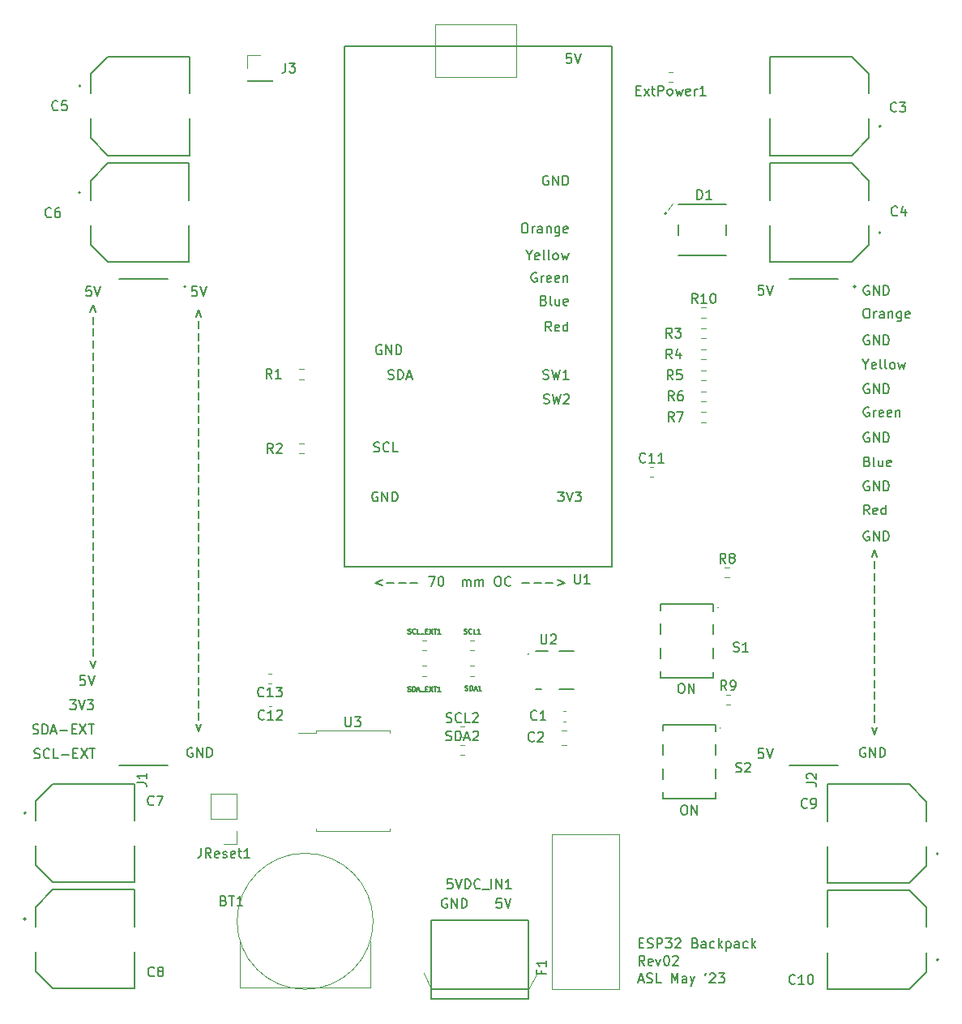
<source format=gbr>
%TF.GenerationSoftware,KiCad,Pcbnew,(5.1.9)-1*%
%TF.CreationDate,2023-04-15T18:22:43-04:00*%
%TF.ProjectId,ESP backpack,45535020-6261-4636-9b70-61636b2e6b69,rev?*%
%TF.SameCoordinates,Original*%
%TF.FileFunction,Legend,Top*%
%TF.FilePolarity,Positive*%
%FSLAX46Y46*%
G04 Gerber Fmt 4.6, Leading zero omitted, Abs format (unit mm)*
G04 Created by KiCad (PCBNEW (5.1.9)-1) date 2023-04-15 18:22:43*
%MOMM*%
%LPD*%
G01*
G04 APERTURE LIST*
%ADD10C,0.150000*%
%ADD11C,0.120000*%
%ADD12C,0.127000*%
%ADD13C,0.200000*%
G04 APERTURE END LIST*
D10*
X57302495Y-13825600D02*
X57207257Y-13777980D01*
X57064400Y-13777980D01*
X56921542Y-13825600D01*
X56826304Y-13920838D01*
X56778685Y-14016076D01*
X56731066Y-14206552D01*
X56731066Y-14349409D01*
X56778685Y-14539885D01*
X56826304Y-14635123D01*
X56921542Y-14730361D01*
X57064400Y-14777980D01*
X57159638Y-14777980D01*
X57302495Y-14730361D01*
X57350114Y-14682742D01*
X57350114Y-14349409D01*
X57159638Y-14349409D01*
X57778685Y-14777980D02*
X57778685Y-13777980D01*
X58350114Y-14777980D01*
X58350114Y-13777980D01*
X58826304Y-14777980D02*
X58826304Y-13777980D01*
X59064400Y-13777980D01*
X59207257Y-13825600D01*
X59302495Y-13920838D01*
X59350114Y-14016076D01*
X59397733Y-14206552D01*
X59397733Y-14349409D01*
X59350114Y-14539885D01*
X59302495Y-14635123D01*
X59207257Y-14730361D01*
X59064400Y-14777980D01*
X58826304Y-14777980D01*
X54756323Y-18756380D02*
X54946800Y-18756380D01*
X55042038Y-18804000D01*
X55137276Y-18899238D01*
X55184895Y-19089714D01*
X55184895Y-19423047D01*
X55137276Y-19613523D01*
X55042038Y-19708761D01*
X54946800Y-19756380D01*
X54756323Y-19756380D01*
X54661085Y-19708761D01*
X54565847Y-19613523D01*
X54518228Y-19423047D01*
X54518228Y-19089714D01*
X54565847Y-18899238D01*
X54661085Y-18804000D01*
X54756323Y-18756380D01*
X55613466Y-19756380D02*
X55613466Y-19089714D01*
X55613466Y-19280190D02*
X55661085Y-19184952D01*
X55708704Y-19137333D01*
X55803942Y-19089714D01*
X55899180Y-19089714D01*
X56661085Y-19756380D02*
X56661085Y-19232571D01*
X56613466Y-19137333D01*
X56518228Y-19089714D01*
X56327752Y-19089714D01*
X56232514Y-19137333D01*
X56661085Y-19708761D02*
X56565847Y-19756380D01*
X56327752Y-19756380D01*
X56232514Y-19708761D01*
X56184895Y-19613523D01*
X56184895Y-19518285D01*
X56232514Y-19423047D01*
X56327752Y-19375428D01*
X56565847Y-19375428D01*
X56661085Y-19327809D01*
X57137276Y-19089714D02*
X57137276Y-19756380D01*
X57137276Y-19184952D02*
X57184895Y-19137333D01*
X57280133Y-19089714D01*
X57422990Y-19089714D01*
X57518228Y-19137333D01*
X57565847Y-19232571D01*
X57565847Y-19756380D01*
X58470609Y-19089714D02*
X58470609Y-19899238D01*
X58422990Y-19994476D01*
X58375371Y-20042095D01*
X58280133Y-20089714D01*
X58137276Y-20089714D01*
X58042038Y-20042095D01*
X58470609Y-19708761D02*
X58375371Y-19756380D01*
X58184895Y-19756380D01*
X58089657Y-19708761D01*
X58042038Y-19661142D01*
X57994419Y-19565904D01*
X57994419Y-19280190D01*
X58042038Y-19184952D01*
X58089657Y-19137333D01*
X58184895Y-19089714D01*
X58375371Y-19089714D01*
X58470609Y-19137333D01*
X59327752Y-19708761D02*
X59232514Y-19756380D01*
X59042038Y-19756380D01*
X58946800Y-19708761D01*
X58899180Y-19613523D01*
X58899180Y-19232571D01*
X58946800Y-19137333D01*
X59042038Y-19089714D01*
X59232514Y-19089714D01*
X59327752Y-19137333D01*
X59375371Y-19232571D01*
X59375371Y-19327809D01*
X58899180Y-19423047D01*
X55280133Y-22074190D02*
X55280133Y-22550380D01*
X54946800Y-21550380D02*
X55280133Y-22074190D01*
X55613466Y-21550380D01*
X56327752Y-22502761D02*
X56232514Y-22550380D01*
X56042038Y-22550380D01*
X55946800Y-22502761D01*
X55899181Y-22407523D01*
X55899181Y-22026571D01*
X55946800Y-21931333D01*
X56042038Y-21883714D01*
X56232514Y-21883714D01*
X56327752Y-21931333D01*
X56375371Y-22026571D01*
X56375371Y-22121809D01*
X55899181Y-22217047D01*
X56946800Y-22550380D02*
X56851562Y-22502761D01*
X56803943Y-22407523D01*
X56803943Y-21550380D01*
X57470609Y-22550380D02*
X57375371Y-22502761D01*
X57327752Y-22407523D01*
X57327752Y-21550380D01*
X57994419Y-22550380D02*
X57899181Y-22502761D01*
X57851562Y-22455142D01*
X57803943Y-22359904D01*
X57803943Y-22074190D01*
X57851562Y-21978952D01*
X57899181Y-21931333D01*
X57994419Y-21883714D01*
X58137276Y-21883714D01*
X58232514Y-21931333D01*
X58280133Y-21978952D01*
X58327752Y-22074190D01*
X58327752Y-22359904D01*
X58280133Y-22455142D01*
X58232514Y-22502761D01*
X58137276Y-22550380D01*
X57994419Y-22550380D01*
X58661085Y-21883714D02*
X58851562Y-22550380D01*
X59042038Y-22074190D01*
X59232514Y-22550380D01*
X59422990Y-21883714D01*
X56089657Y-23934800D02*
X55994419Y-23887180D01*
X55851561Y-23887180D01*
X55708704Y-23934800D01*
X55613466Y-24030038D01*
X55565847Y-24125276D01*
X55518228Y-24315752D01*
X55518228Y-24458609D01*
X55565847Y-24649085D01*
X55613466Y-24744323D01*
X55708704Y-24839561D01*
X55851561Y-24887180D01*
X55946800Y-24887180D01*
X56089657Y-24839561D01*
X56137276Y-24791942D01*
X56137276Y-24458609D01*
X55946800Y-24458609D01*
X56565847Y-24887180D02*
X56565847Y-24220514D01*
X56565847Y-24410990D02*
X56613466Y-24315752D01*
X56661085Y-24268133D01*
X56756323Y-24220514D01*
X56851561Y-24220514D01*
X57565847Y-24839561D02*
X57470609Y-24887180D01*
X57280133Y-24887180D01*
X57184895Y-24839561D01*
X57137276Y-24744323D01*
X57137276Y-24363371D01*
X57184895Y-24268133D01*
X57280133Y-24220514D01*
X57470609Y-24220514D01*
X57565847Y-24268133D01*
X57613466Y-24363371D01*
X57613466Y-24458609D01*
X57137276Y-24553847D01*
X58422990Y-24839561D02*
X58327752Y-24887180D01*
X58137276Y-24887180D01*
X58042038Y-24839561D01*
X57994419Y-24744323D01*
X57994419Y-24363371D01*
X58042038Y-24268133D01*
X58137276Y-24220514D01*
X58327752Y-24220514D01*
X58422990Y-24268133D01*
X58470609Y-24363371D01*
X58470609Y-24458609D01*
X57994419Y-24553847D01*
X58899180Y-24220514D02*
X58899180Y-24887180D01*
X58899180Y-24315752D02*
X58946800Y-24268133D01*
X59042038Y-24220514D01*
X59184895Y-24220514D01*
X59280133Y-24268133D01*
X59327752Y-24363371D01*
X59327752Y-24887180D01*
X56851562Y-26801771D02*
X56994419Y-26849390D01*
X57042038Y-26897009D01*
X57089657Y-26992247D01*
X57089657Y-27135104D01*
X57042038Y-27230342D01*
X56994419Y-27277961D01*
X56899181Y-27325580D01*
X56518229Y-27325580D01*
X56518229Y-26325580D01*
X56851562Y-26325580D01*
X56946800Y-26373200D01*
X56994419Y-26420819D01*
X57042038Y-26516057D01*
X57042038Y-26611295D01*
X56994419Y-26706533D01*
X56946800Y-26754152D01*
X56851562Y-26801771D01*
X56518229Y-26801771D01*
X57661086Y-27325580D02*
X57565848Y-27277961D01*
X57518229Y-27182723D01*
X57518229Y-26325580D01*
X58470610Y-26658914D02*
X58470610Y-27325580D01*
X58042038Y-26658914D02*
X58042038Y-27182723D01*
X58089657Y-27277961D01*
X58184895Y-27325580D01*
X58327752Y-27325580D01*
X58422991Y-27277961D01*
X58470610Y-27230342D01*
X59327752Y-27277961D02*
X59232514Y-27325580D01*
X59042038Y-27325580D01*
X58946800Y-27277961D01*
X58899181Y-27182723D01*
X58899181Y-26801771D01*
X58946800Y-26706533D01*
X59042038Y-26658914D01*
X59232514Y-26658914D01*
X59327752Y-26706533D01*
X59375371Y-26801771D01*
X59375371Y-26897009D01*
X58899181Y-26992247D01*
X57613466Y-30017980D02*
X57280133Y-29541790D01*
X57042037Y-30017980D02*
X57042037Y-29017980D01*
X57422990Y-29017980D01*
X57518228Y-29065600D01*
X57565847Y-29113219D01*
X57613466Y-29208457D01*
X57613466Y-29351314D01*
X57565847Y-29446552D01*
X57518228Y-29494171D01*
X57422990Y-29541790D01*
X57042037Y-29541790D01*
X58422990Y-29970361D02*
X58327752Y-30017980D01*
X58137275Y-30017980D01*
X58042037Y-29970361D01*
X57994418Y-29875123D01*
X57994418Y-29494171D01*
X58042037Y-29398933D01*
X58137275Y-29351314D01*
X58327752Y-29351314D01*
X58422990Y-29398933D01*
X58470609Y-29494171D01*
X58470609Y-29589409D01*
X57994418Y-29684647D01*
X59327752Y-30017980D02*
X59327752Y-29017980D01*
X59327752Y-29970361D02*
X59232514Y-30017980D01*
X59042037Y-30017980D01*
X58946799Y-29970361D01*
X58899180Y-29922742D01*
X58851561Y-29827504D01*
X58851561Y-29541790D01*
X58899180Y-29446552D01*
X58946799Y-29398933D01*
X59042037Y-29351314D01*
X59232514Y-29351314D01*
X59327752Y-29398933D01*
X56832666Y-37539561D02*
X56975523Y-37587180D01*
X57213619Y-37587180D01*
X57308857Y-37539561D01*
X57356476Y-37491942D01*
X57404095Y-37396704D01*
X57404095Y-37301466D01*
X57356476Y-37206228D01*
X57308857Y-37158609D01*
X57213619Y-37110990D01*
X57023142Y-37063371D01*
X56927904Y-37015752D01*
X56880285Y-36968133D01*
X56832666Y-36872895D01*
X56832666Y-36777657D01*
X56880285Y-36682419D01*
X56927904Y-36634800D01*
X57023142Y-36587180D01*
X57261238Y-36587180D01*
X57404095Y-36634800D01*
X57737428Y-36587180D02*
X57975523Y-37587180D01*
X58166000Y-36872895D01*
X58356476Y-37587180D01*
X58594571Y-36587180D01*
X58927904Y-36682419D02*
X58975523Y-36634800D01*
X59070761Y-36587180D01*
X59308857Y-36587180D01*
X59404095Y-36634800D01*
X59451714Y-36682419D01*
X59499333Y-36777657D01*
X59499333Y-36872895D01*
X59451714Y-37015752D01*
X58880285Y-37587180D01*
X59499333Y-37587180D01*
X56781866Y-34999561D02*
X56924723Y-35047180D01*
X57162819Y-35047180D01*
X57258057Y-34999561D01*
X57305676Y-34951942D01*
X57353295Y-34856704D01*
X57353295Y-34761466D01*
X57305676Y-34666228D01*
X57258057Y-34618609D01*
X57162819Y-34570990D01*
X56972342Y-34523371D01*
X56877104Y-34475752D01*
X56829485Y-34428133D01*
X56781866Y-34332895D01*
X56781866Y-34237657D01*
X56829485Y-34142419D01*
X56877104Y-34094800D01*
X56972342Y-34047180D01*
X57210438Y-34047180D01*
X57353295Y-34094800D01*
X57686628Y-34047180D02*
X57924723Y-35047180D01*
X58115200Y-34332895D01*
X58305676Y-35047180D01*
X58543771Y-34047180D01*
X59448533Y-35047180D02*
X58877104Y-35047180D01*
X59162819Y-35047180D02*
X59162819Y-34047180D01*
X59067580Y-34190038D01*
X58972342Y-34285276D01*
X58877104Y-34332895D01*
X39878095Y-31504000D02*
X39782857Y-31456380D01*
X39640000Y-31456380D01*
X39497142Y-31504000D01*
X39401904Y-31599238D01*
X39354285Y-31694476D01*
X39306666Y-31884952D01*
X39306666Y-32027809D01*
X39354285Y-32218285D01*
X39401904Y-32313523D01*
X39497142Y-32408761D01*
X39640000Y-32456380D01*
X39735238Y-32456380D01*
X39878095Y-32408761D01*
X39925714Y-32361142D01*
X39925714Y-32027809D01*
X39735238Y-32027809D01*
X40354285Y-32456380D02*
X40354285Y-31456380D01*
X40925714Y-32456380D01*
X40925714Y-31456380D01*
X41401904Y-32456380D02*
X41401904Y-31456380D01*
X41640000Y-31456380D01*
X41782857Y-31504000D01*
X41878095Y-31599238D01*
X41925714Y-31694476D01*
X41973333Y-31884952D01*
X41973333Y-32027809D01*
X41925714Y-32218285D01*
X41878095Y-32313523D01*
X41782857Y-32408761D01*
X41640000Y-32456380D01*
X41401904Y-32456380D01*
X40594114Y-34999561D02*
X40736971Y-35047180D01*
X40975066Y-35047180D01*
X41070304Y-34999561D01*
X41117923Y-34951942D01*
X41165542Y-34856704D01*
X41165542Y-34761466D01*
X41117923Y-34666228D01*
X41070304Y-34618609D01*
X40975066Y-34570990D01*
X40784590Y-34523371D01*
X40689352Y-34475752D01*
X40641733Y-34428133D01*
X40594114Y-34332895D01*
X40594114Y-34237657D01*
X40641733Y-34142419D01*
X40689352Y-34094800D01*
X40784590Y-34047180D01*
X41022685Y-34047180D01*
X41165542Y-34094800D01*
X41594114Y-35047180D02*
X41594114Y-34047180D01*
X41832209Y-34047180D01*
X41975066Y-34094800D01*
X42070304Y-34190038D01*
X42117923Y-34285276D01*
X42165542Y-34475752D01*
X42165542Y-34618609D01*
X42117923Y-34809085D01*
X42070304Y-34904323D01*
X41975066Y-34999561D01*
X41832209Y-35047180D01*
X41594114Y-35047180D01*
X42546495Y-34761466D02*
X43022685Y-34761466D01*
X42451257Y-35047180D02*
X42784590Y-34047180D01*
X43117923Y-35047180D01*
X39093923Y-42568761D02*
X39236780Y-42616380D01*
X39474876Y-42616380D01*
X39570114Y-42568761D01*
X39617733Y-42521142D01*
X39665352Y-42425904D01*
X39665352Y-42330666D01*
X39617733Y-42235428D01*
X39570114Y-42187809D01*
X39474876Y-42140190D01*
X39284400Y-42092571D01*
X39189161Y-42044952D01*
X39141542Y-41997333D01*
X39093923Y-41902095D01*
X39093923Y-41806857D01*
X39141542Y-41711619D01*
X39189161Y-41664000D01*
X39284400Y-41616380D01*
X39522495Y-41616380D01*
X39665352Y-41664000D01*
X40665352Y-42521142D02*
X40617733Y-42568761D01*
X40474876Y-42616380D01*
X40379638Y-42616380D01*
X40236780Y-42568761D01*
X40141542Y-42473523D01*
X40093923Y-42378285D01*
X40046304Y-42187809D01*
X40046304Y-42044952D01*
X40093923Y-41854476D01*
X40141542Y-41759238D01*
X40236780Y-41664000D01*
X40379638Y-41616380D01*
X40474876Y-41616380D01*
X40617733Y-41664000D01*
X40665352Y-41711619D01*
X41570114Y-42616380D02*
X41093923Y-42616380D01*
X41093923Y-41616380D01*
X39471695Y-46845600D02*
X39376457Y-46797980D01*
X39233600Y-46797980D01*
X39090742Y-46845600D01*
X38995504Y-46940838D01*
X38947885Y-47036076D01*
X38900266Y-47226552D01*
X38900266Y-47369409D01*
X38947885Y-47559885D01*
X38995504Y-47655123D01*
X39090742Y-47750361D01*
X39233600Y-47797980D01*
X39328838Y-47797980D01*
X39471695Y-47750361D01*
X39519314Y-47702742D01*
X39519314Y-47369409D01*
X39328838Y-47369409D01*
X39947885Y-47797980D02*
X39947885Y-46797980D01*
X40519314Y-47797980D01*
X40519314Y-46797980D01*
X40995504Y-47797980D02*
X40995504Y-46797980D01*
X41233600Y-46797980D01*
X41376457Y-46845600D01*
X41471695Y-46940838D01*
X41519314Y-47036076D01*
X41566933Y-47226552D01*
X41566933Y-47369409D01*
X41519314Y-47559885D01*
X41471695Y-47655123D01*
X41376457Y-47750361D01*
X41233600Y-47797980D01*
X40995504Y-47797980D01*
X58299504Y-46797980D02*
X58918552Y-46797980D01*
X58585219Y-47178933D01*
X58728076Y-47178933D01*
X58823314Y-47226552D01*
X58870933Y-47274171D01*
X58918552Y-47369409D01*
X58918552Y-47607504D01*
X58870933Y-47702742D01*
X58823314Y-47750361D01*
X58728076Y-47797980D01*
X58442361Y-47797980D01*
X58347123Y-47750361D01*
X58299504Y-47702742D01*
X59204266Y-46797980D02*
X59537600Y-47797980D01*
X59870933Y-46797980D01*
X60109028Y-46797980D02*
X60728076Y-46797980D01*
X60394742Y-47178933D01*
X60537600Y-47178933D01*
X60632838Y-47226552D01*
X60680457Y-47274171D01*
X60728076Y-47369409D01*
X60728076Y-47607504D01*
X60680457Y-47702742D01*
X60632838Y-47750361D01*
X60537600Y-47797980D01*
X60251885Y-47797980D01*
X60156647Y-47750361D01*
X60109028Y-47702742D01*
X59702723Y-1027180D02*
X59226533Y-1027180D01*
X59178914Y-1503371D01*
X59226533Y-1455752D01*
X59321771Y-1408133D01*
X59559866Y-1408133D01*
X59655104Y-1455752D01*
X59702723Y-1503371D01*
X59750342Y-1598609D01*
X59750342Y-1836704D01*
X59702723Y-1931942D01*
X59655104Y-1979561D01*
X59559866Y-2027180D01*
X59321771Y-2027180D01*
X59226533Y-1979561D01*
X59178914Y-1931942D01*
X60036057Y-1027180D02*
X60369390Y-2027180D01*
X60702723Y-1027180D01*
X7338404Y-68540380D02*
X7957452Y-68540380D01*
X7624119Y-68921333D01*
X7766976Y-68921333D01*
X7862214Y-68968952D01*
X7909833Y-69016571D01*
X7957452Y-69111809D01*
X7957452Y-69349904D01*
X7909833Y-69445142D01*
X7862214Y-69492761D01*
X7766976Y-69540380D01*
X7481261Y-69540380D01*
X7386023Y-69492761D01*
X7338404Y-69445142D01*
X8243166Y-68540380D02*
X8576500Y-69540380D01*
X8909833Y-68540380D01*
X9147928Y-68540380D02*
X9766976Y-68540380D01*
X9433642Y-68921333D01*
X9576500Y-68921333D01*
X9671738Y-68968952D01*
X9719357Y-69016571D01*
X9766976Y-69111809D01*
X9766976Y-69349904D01*
X9719357Y-69445142D01*
X9671738Y-69492761D01*
X9576500Y-69540380D01*
X9290785Y-69540380D01*
X9195547Y-69492761D01*
X9147928Y-69445142D01*
X3461142Y-72032761D02*
X3604000Y-72080380D01*
X3842095Y-72080380D01*
X3937333Y-72032761D01*
X3984952Y-71985142D01*
X4032571Y-71889904D01*
X4032571Y-71794666D01*
X3984952Y-71699428D01*
X3937333Y-71651809D01*
X3842095Y-71604190D01*
X3651619Y-71556571D01*
X3556380Y-71508952D01*
X3508761Y-71461333D01*
X3461142Y-71366095D01*
X3461142Y-71270857D01*
X3508761Y-71175619D01*
X3556380Y-71128000D01*
X3651619Y-71080380D01*
X3889714Y-71080380D01*
X4032571Y-71128000D01*
X4461142Y-72080380D02*
X4461142Y-71080380D01*
X4699238Y-71080380D01*
X4842095Y-71128000D01*
X4937333Y-71223238D01*
X4984952Y-71318476D01*
X5032571Y-71508952D01*
X5032571Y-71651809D01*
X4984952Y-71842285D01*
X4937333Y-71937523D01*
X4842095Y-72032761D01*
X4699238Y-72080380D01*
X4461142Y-72080380D01*
X5413523Y-71794666D02*
X5889714Y-71794666D01*
X5318285Y-72080380D02*
X5651619Y-71080380D01*
X5984952Y-72080380D01*
X6318285Y-71699428D02*
X7080190Y-71699428D01*
X7556380Y-71556571D02*
X7889714Y-71556571D01*
X8032571Y-72080380D02*
X7556380Y-72080380D01*
X7556380Y-71080380D01*
X8032571Y-71080380D01*
X8365904Y-71080380D02*
X9032571Y-72080380D01*
X9032571Y-71080380D02*
X8365904Y-72080380D01*
X9270666Y-71080380D02*
X9842095Y-71080380D01*
X9556380Y-72080380D02*
X9556380Y-71080380D01*
X20133595Y-73541000D02*
X20038357Y-73493380D01*
X19895500Y-73493380D01*
X19752642Y-73541000D01*
X19657404Y-73636238D01*
X19609785Y-73731476D01*
X19562166Y-73921952D01*
X19562166Y-74064809D01*
X19609785Y-74255285D01*
X19657404Y-74350523D01*
X19752642Y-74445761D01*
X19895500Y-74493380D01*
X19990738Y-74493380D01*
X20133595Y-74445761D01*
X20181214Y-74398142D01*
X20181214Y-74064809D01*
X19990738Y-74064809D01*
X20609785Y-74493380D02*
X20609785Y-73493380D01*
X21181214Y-74493380D01*
X21181214Y-73493380D01*
X21657404Y-74493380D02*
X21657404Y-73493380D01*
X21895500Y-73493380D01*
X22038357Y-73541000D01*
X22133595Y-73636238D01*
X22181214Y-73731476D01*
X22228833Y-73921952D01*
X22228833Y-74064809D01*
X22181214Y-74255285D01*
X22133595Y-74350523D01*
X22038357Y-74445761D01*
X21895500Y-74493380D01*
X21657404Y-74493380D01*
X3611952Y-74572761D02*
X3754809Y-74620380D01*
X3992904Y-74620380D01*
X4088142Y-74572761D01*
X4135761Y-74525142D01*
X4183380Y-74429904D01*
X4183380Y-74334666D01*
X4135761Y-74239428D01*
X4088142Y-74191809D01*
X3992904Y-74144190D01*
X3802428Y-74096571D01*
X3707190Y-74048952D01*
X3659571Y-74001333D01*
X3611952Y-73906095D01*
X3611952Y-73810857D01*
X3659571Y-73715619D01*
X3707190Y-73668000D01*
X3802428Y-73620380D01*
X4040523Y-73620380D01*
X4183380Y-73668000D01*
X5183380Y-74525142D02*
X5135761Y-74572761D01*
X4992904Y-74620380D01*
X4897666Y-74620380D01*
X4754809Y-74572761D01*
X4659571Y-74477523D01*
X4611952Y-74382285D01*
X4564333Y-74191809D01*
X4564333Y-74048952D01*
X4611952Y-73858476D01*
X4659571Y-73763238D01*
X4754809Y-73668000D01*
X4897666Y-73620380D01*
X4992904Y-73620380D01*
X5135761Y-73668000D01*
X5183380Y-73715619D01*
X6088142Y-74620380D02*
X5611952Y-74620380D01*
X5611952Y-73620380D01*
X6421476Y-74239428D02*
X7183380Y-74239428D01*
X7659571Y-74096571D02*
X7992904Y-74096571D01*
X8135761Y-74620380D02*
X7659571Y-74620380D01*
X7659571Y-73620380D01*
X8135761Y-73620380D01*
X8469095Y-73620380D02*
X9135761Y-74620380D01*
X9135761Y-73620380D02*
X8469095Y-74620380D01*
X9373857Y-73620380D02*
X9945285Y-73620380D01*
X9659571Y-74620380D02*
X9659571Y-73620380D01*
X71415352Y-79513180D02*
X71605828Y-79513180D01*
X71701066Y-79560800D01*
X71796304Y-79656038D01*
X71843923Y-79846514D01*
X71843923Y-80179847D01*
X71796304Y-80370323D01*
X71701066Y-80465561D01*
X71605828Y-80513180D01*
X71415352Y-80513180D01*
X71320114Y-80465561D01*
X71224876Y-80370323D01*
X71177257Y-80179847D01*
X71177257Y-79846514D01*
X71224876Y-79656038D01*
X71320114Y-79560800D01*
X71415352Y-79513180D01*
X72272495Y-80513180D02*
X72272495Y-79513180D01*
X72843923Y-80513180D01*
X72843923Y-79513180D01*
X71110552Y-66813180D02*
X71301028Y-66813180D01*
X71396266Y-66860800D01*
X71491504Y-66956038D01*
X71539123Y-67146514D01*
X71539123Y-67479847D01*
X71491504Y-67670323D01*
X71396266Y-67765561D01*
X71301028Y-67813180D01*
X71110552Y-67813180D01*
X71015314Y-67765561D01*
X70920076Y-67670323D01*
X70872457Y-67479847D01*
X70872457Y-67146514D01*
X70920076Y-66956038D01*
X71015314Y-66860800D01*
X71110552Y-66813180D01*
X71967695Y-67813180D02*
X71967695Y-66813180D01*
X72539123Y-67813180D01*
X72539123Y-66813180D01*
X20486714Y-71069714D02*
X20772428Y-71831619D01*
X21058142Y-71069714D01*
X20772428Y-70593523D02*
X20772428Y-69831619D01*
X20772428Y-69355428D02*
X20772428Y-68593523D01*
X20772428Y-68117333D02*
X20772428Y-67355428D01*
X20772428Y-66879238D02*
X20772428Y-66117333D01*
X20772428Y-65641142D02*
X20772428Y-64879238D01*
X20772428Y-64403047D02*
X20772428Y-63641142D01*
X20772428Y-63164952D02*
X20772428Y-62403047D01*
X20772428Y-61926857D02*
X20772428Y-61164952D01*
X20772428Y-60688761D02*
X20772428Y-59926857D01*
X20772428Y-59450666D02*
X20772428Y-58688761D01*
X20772428Y-58212571D02*
X20772428Y-57450666D01*
X20772428Y-56974476D02*
X20772428Y-56212571D01*
X20772428Y-55736380D02*
X20772428Y-54974476D01*
X20772428Y-54498285D02*
X20772428Y-53736380D01*
X20772428Y-53260190D02*
X20772428Y-52498285D01*
X20772428Y-52022095D02*
X20772428Y-51260190D01*
X20772428Y-50784000D02*
X20772428Y-50022095D01*
X20772428Y-49545904D02*
X20772428Y-48784000D01*
X20772428Y-48307809D02*
X20772428Y-47545904D01*
X20772428Y-47069714D02*
X20772428Y-46307809D01*
X20772428Y-45831619D02*
X20772428Y-45069714D01*
X20772428Y-44593523D02*
X20772428Y-43831619D01*
X20772428Y-43355428D02*
X20772428Y-42593523D01*
X20772428Y-42117333D02*
X20772428Y-41355428D01*
X20772428Y-40879238D02*
X20772428Y-40117333D01*
X20772428Y-39641142D02*
X20772428Y-38879238D01*
X20772428Y-38403047D02*
X20772428Y-37641142D01*
X20772428Y-37164952D02*
X20772428Y-36403047D01*
X20772428Y-35926857D02*
X20772428Y-35164952D01*
X20772428Y-34688761D02*
X20772428Y-33926857D01*
X20772428Y-33450666D02*
X20772428Y-32688761D01*
X20772428Y-32212571D02*
X20772428Y-31450666D01*
X20772428Y-30974476D02*
X20772428Y-30212571D01*
X20772428Y-29736380D02*
X20772428Y-28974476D01*
X20486714Y-28498285D02*
X20772428Y-27736380D01*
X21058142Y-28498285D01*
X20578023Y-25360380D02*
X20101833Y-25360380D01*
X20054214Y-25836571D01*
X20101833Y-25788952D01*
X20197071Y-25741333D01*
X20435166Y-25741333D01*
X20530404Y-25788952D01*
X20578023Y-25836571D01*
X20625642Y-25931809D01*
X20625642Y-26169904D01*
X20578023Y-26265142D01*
X20530404Y-26312761D01*
X20435166Y-26360380D01*
X20197071Y-26360380D01*
X20101833Y-26312761D01*
X20054214Y-26265142D01*
X20911357Y-25360380D02*
X21244690Y-26360380D01*
X21578023Y-25360380D01*
X9529023Y-25360380D02*
X9052833Y-25360380D01*
X9005214Y-25836571D01*
X9052833Y-25788952D01*
X9148071Y-25741333D01*
X9386166Y-25741333D01*
X9481404Y-25788952D01*
X9529023Y-25836571D01*
X9576642Y-25931809D01*
X9576642Y-26169904D01*
X9529023Y-26265142D01*
X9481404Y-26312761D01*
X9386166Y-26360380D01*
X9148071Y-26360380D01*
X9052833Y-26312761D01*
X9005214Y-26265142D01*
X9862357Y-25360380D02*
X10195690Y-26360380D01*
X10529023Y-25360380D01*
X8894023Y-66000380D02*
X8417833Y-66000380D01*
X8370214Y-66476571D01*
X8417833Y-66428952D01*
X8513071Y-66381333D01*
X8751166Y-66381333D01*
X8846404Y-66428952D01*
X8894023Y-66476571D01*
X8941642Y-66571809D01*
X8941642Y-66809904D01*
X8894023Y-66905142D01*
X8846404Y-66952761D01*
X8751166Y-67000380D01*
X8513071Y-67000380D01*
X8417833Y-66952761D01*
X8370214Y-66905142D01*
X9227357Y-66000380D02*
X9560690Y-67000380D01*
X9894023Y-66000380D01*
X9437714Y-64418476D02*
X9723428Y-65180380D01*
X10009142Y-64418476D01*
X9723428Y-63942285D02*
X9723428Y-63180380D01*
X9723428Y-62704190D02*
X9723428Y-61942285D01*
X9723428Y-61466095D02*
X9723428Y-60704190D01*
X9723428Y-60228000D02*
X9723428Y-59466095D01*
X9723428Y-58989904D02*
X9723428Y-58228000D01*
X9723428Y-57751809D02*
X9723428Y-56989904D01*
X9723428Y-56513714D02*
X9723428Y-55751809D01*
X9723428Y-55275619D02*
X9723428Y-54513714D01*
X9723428Y-54037523D02*
X9723428Y-53275619D01*
X9723428Y-52799428D02*
X9723428Y-52037523D01*
X9723428Y-51561333D02*
X9723428Y-50799428D01*
X9723428Y-50323238D02*
X9723428Y-49561333D01*
X9723428Y-49085142D02*
X9723428Y-48323238D01*
X9723428Y-47847047D02*
X9723428Y-47085142D01*
X9723428Y-46608952D02*
X9723428Y-45847047D01*
X9723428Y-45370857D02*
X9723428Y-44608952D01*
X9723428Y-44132761D02*
X9723428Y-43370857D01*
X9723428Y-42894666D02*
X9723428Y-42132761D01*
X9723428Y-41656571D02*
X9723428Y-40894666D01*
X9723428Y-40418476D02*
X9723428Y-39656571D01*
X9723428Y-39180380D02*
X9723428Y-38418476D01*
X9723428Y-37942285D02*
X9723428Y-37180380D01*
X9723428Y-36704190D02*
X9723428Y-35942285D01*
X9723428Y-35466095D02*
X9723428Y-34704190D01*
X9723428Y-34227999D02*
X9723428Y-33466095D01*
X9723428Y-32989904D02*
X9723428Y-32227999D01*
X9723428Y-31751809D02*
X9723428Y-30989904D01*
X9723428Y-30513714D02*
X9723428Y-29751809D01*
X9723428Y-29275619D02*
X9723428Y-28513714D01*
X9437714Y-28037523D02*
X9723428Y-27275619D01*
X10009142Y-28037523D01*
X79760023Y-73620380D02*
X79283833Y-73620380D01*
X79236214Y-74096571D01*
X79283833Y-74048952D01*
X79379071Y-74001333D01*
X79617166Y-74001333D01*
X79712404Y-74048952D01*
X79760023Y-74096571D01*
X79807642Y-74191809D01*
X79807642Y-74429904D01*
X79760023Y-74525142D01*
X79712404Y-74572761D01*
X79617166Y-74620380D01*
X79379071Y-74620380D01*
X79283833Y-74572761D01*
X79236214Y-74525142D01*
X80093357Y-73620380D02*
X80426690Y-74620380D01*
X80760023Y-73620380D01*
X79760023Y-25233380D02*
X79283833Y-25233380D01*
X79236214Y-25709571D01*
X79283833Y-25661952D01*
X79379071Y-25614333D01*
X79617166Y-25614333D01*
X79712404Y-25661952D01*
X79760023Y-25709571D01*
X79807642Y-25804809D01*
X79807642Y-26042904D01*
X79760023Y-26138142D01*
X79712404Y-26185761D01*
X79617166Y-26233380D01*
X79379071Y-26233380D01*
X79283833Y-26185761D01*
X79236214Y-26138142D01*
X80093357Y-25233380D02*
X80426690Y-26233380D01*
X80760023Y-25233380D01*
X91098714Y-71388761D02*
X91384428Y-72150666D01*
X91670142Y-71388761D01*
X91384428Y-70912571D02*
X91384428Y-70150666D01*
X91384428Y-69674476D02*
X91384428Y-68912571D01*
X91384428Y-68436380D02*
X91384428Y-67674476D01*
X91384428Y-67198285D02*
X91384428Y-66436380D01*
X91384428Y-65960190D02*
X91384428Y-65198285D01*
X91384428Y-64722095D02*
X91384428Y-63960190D01*
X91384428Y-63483999D02*
X91384428Y-62722095D01*
X91384428Y-62245904D02*
X91384428Y-61483999D01*
X91384428Y-61007809D02*
X91384428Y-60245904D01*
X91384428Y-59769714D02*
X91384428Y-59007809D01*
X91384428Y-58531619D02*
X91384428Y-57769714D01*
X91384428Y-57293523D02*
X91384428Y-56531619D01*
X91384428Y-56055428D02*
X91384428Y-55293523D01*
X91384428Y-54817333D02*
X91384428Y-54055428D01*
X91098714Y-53579238D02*
X91384428Y-52817333D01*
X91670142Y-53579238D01*
X90424095Y-73541000D02*
X90328857Y-73493380D01*
X90186000Y-73493380D01*
X90043142Y-73541000D01*
X89947904Y-73636238D01*
X89900285Y-73731476D01*
X89852666Y-73921952D01*
X89852666Y-74064809D01*
X89900285Y-74255285D01*
X89947904Y-74350523D01*
X90043142Y-74445761D01*
X90186000Y-74493380D01*
X90281238Y-74493380D01*
X90424095Y-74445761D01*
X90471714Y-74398142D01*
X90471714Y-74064809D01*
X90281238Y-74064809D01*
X90900285Y-74493380D02*
X90900285Y-73493380D01*
X91471714Y-74493380D01*
X91471714Y-73493380D01*
X91947904Y-74493380D02*
X91947904Y-73493380D01*
X92186000Y-73493380D01*
X92328857Y-73541000D01*
X92424095Y-73636238D01*
X92471714Y-73731476D01*
X92519333Y-73921952D01*
X92519333Y-74064809D01*
X92471714Y-74255285D01*
X92424095Y-74350523D01*
X92328857Y-74445761D01*
X92186000Y-74493380D01*
X91947904Y-74493380D01*
X90805095Y-50935000D02*
X90709857Y-50887380D01*
X90567000Y-50887380D01*
X90424142Y-50935000D01*
X90328904Y-51030238D01*
X90281285Y-51125476D01*
X90233666Y-51315952D01*
X90233666Y-51458809D01*
X90281285Y-51649285D01*
X90328904Y-51744523D01*
X90424142Y-51839761D01*
X90567000Y-51887380D01*
X90662238Y-51887380D01*
X90805095Y-51839761D01*
X90852714Y-51792142D01*
X90852714Y-51458809D01*
X90662238Y-51458809D01*
X91281285Y-51887380D02*
X91281285Y-50887380D01*
X91852714Y-51887380D01*
X91852714Y-50887380D01*
X92328904Y-51887380D02*
X92328904Y-50887380D01*
X92567000Y-50887380D01*
X92709857Y-50935000D01*
X92805095Y-51030238D01*
X92852714Y-51125476D01*
X92900333Y-51315952D01*
X92900333Y-51458809D01*
X92852714Y-51649285D01*
X92805095Y-51744523D01*
X92709857Y-51839761D01*
X92567000Y-51887380D01*
X92328904Y-51887380D01*
X90805095Y-45728000D02*
X90709857Y-45680380D01*
X90567000Y-45680380D01*
X90424142Y-45728000D01*
X90328904Y-45823238D01*
X90281285Y-45918476D01*
X90233666Y-46108952D01*
X90233666Y-46251809D01*
X90281285Y-46442285D01*
X90328904Y-46537523D01*
X90424142Y-46632761D01*
X90567000Y-46680380D01*
X90662238Y-46680380D01*
X90805095Y-46632761D01*
X90852714Y-46585142D01*
X90852714Y-46251809D01*
X90662238Y-46251809D01*
X91281285Y-46680380D02*
X91281285Y-45680380D01*
X91852714Y-46680380D01*
X91852714Y-45680380D01*
X92328904Y-46680380D02*
X92328904Y-45680380D01*
X92567000Y-45680380D01*
X92709857Y-45728000D01*
X92805095Y-45823238D01*
X92852714Y-45918476D01*
X92900333Y-46108952D01*
X92900333Y-46251809D01*
X92852714Y-46442285D01*
X92805095Y-46537523D01*
X92709857Y-46632761D01*
X92567000Y-46680380D01*
X92328904Y-46680380D01*
X90805095Y-40648000D02*
X90709857Y-40600380D01*
X90567000Y-40600380D01*
X90424142Y-40648000D01*
X90328904Y-40743238D01*
X90281285Y-40838476D01*
X90233666Y-41028952D01*
X90233666Y-41171809D01*
X90281285Y-41362285D01*
X90328904Y-41457523D01*
X90424142Y-41552761D01*
X90567000Y-41600380D01*
X90662238Y-41600380D01*
X90805095Y-41552761D01*
X90852714Y-41505142D01*
X90852714Y-41171809D01*
X90662238Y-41171809D01*
X91281285Y-41600380D02*
X91281285Y-40600380D01*
X91852714Y-41600380D01*
X91852714Y-40600380D01*
X92328904Y-41600380D02*
X92328904Y-40600380D01*
X92567000Y-40600380D01*
X92709857Y-40648000D01*
X92805095Y-40743238D01*
X92852714Y-40838476D01*
X92900333Y-41028952D01*
X92900333Y-41171809D01*
X92852714Y-41362285D01*
X92805095Y-41457523D01*
X92709857Y-41552761D01*
X92567000Y-41600380D01*
X92328904Y-41600380D01*
X90805095Y-35568000D02*
X90709857Y-35520380D01*
X90567000Y-35520380D01*
X90424142Y-35568000D01*
X90328904Y-35663238D01*
X90281285Y-35758476D01*
X90233666Y-35948952D01*
X90233666Y-36091809D01*
X90281285Y-36282285D01*
X90328904Y-36377523D01*
X90424142Y-36472761D01*
X90567000Y-36520380D01*
X90662238Y-36520380D01*
X90805095Y-36472761D01*
X90852714Y-36425142D01*
X90852714Y-36091809D01*
X90662238Y-36091809D01*
X91281285Y-36520380D02*
X91281285Y-35520380D01*
X91852714Y-36520380D01*
X91852714Y-35520380D01*
X92328904Y-36520380D02*
X92328904Y-35520380D01*
X92567000Y-35520380D01*
X92709857Y-35568000D01*
X92805095Y-35663238D01*
X92852714Y-35758476D01*
X92900333Y-35948952D01*
X92900333Y-36091809D01*
X92852714Y-36282285D01*
X92805095Y-36377523D01*
X92709857Y-36472761D01*
X92567000Y-36520380D01*
X92328904Y-36520380D01*
X90805095Y-25281000D02*
X90709857Y-25233380D01*
X90567000Y-25233380D01*
X90424142Y-25281000D01*
X90328904Y-25376238D01*
X90281285Y-25471476D01*
X90233666Y-25661952D01*
X90233666Y-25804809D01*
X90281285Y-25995285D01*
X90328904Y-26090523D01*
X90424142Y-26185761D01*
X90567000Y-26233380D01*
X90662238Y-26233380D01*
X90805095Y-26185761D01*
X90852714Y-26138142D01*
X90852714Y-25804809D01*
X90662238Y-25804809D01*
X91281285Y-26233380D02*
X91281285Y-25233380D01*
X91852714Y-26233380D01*
X91852714Y-25233380D01*
X92328904Y-26233380D02*
X92328904Y-25233380D01*
X92567000Y-25233380D01*
X92709857Y-25281000D01*
X92805095Y-25376238D01*
X92852714Y-25471476D01*
X92900333Y-25661952D01*
X92900333Y-25804809D01*
X92852714Y-25995285D01*
X92805095Y-26090523D01*
X92709857Y-26185761D01*
X92567000Y-26233380D01*
X92328904Y-26233380D01*
X90805095Y-30488000D02*
X90709857Y-30440380D01*
X90567000Y-30440380D01*
X90424142Y-30488000D01*
X90328904Y-30583238D01*
X90281285Y-30678476D01*
X90233666Y-30868952D01*
X90233666Y-31011809D01*
X90281285Y-31202285D01*
X90328904Y-31297523D01*
X90424142Y-31392761D01*
X90567000Y-31440380D01*
X90662238Y-31440380D01*
X90805095Y-31392761D01*
X90852714Y-31345142D01*
X90852714Y-31011809D01*
X90662238Y-31011809D01*
X91281285Y-31440380D02*
X91281285Y-30440380D01*
X91852714Y-31440380D01*
X91852714Y-30440380D01*
X92328904Y-31440380D02*
X92328904Y-30440380D01*
X92567000Y-30440380D01*
X92709857Y-30488000D01*
X92805095Y-30583238D01*
X92852714Y-30678476D01*
X92900333Y-30868952D01*
X92900333Y-31011809D01*
X92852714Y-31202285D01*
X92805095Y-31297523D01*
X92709857Y-31392761D01*
X92567000Y-31440380D01*
X92328904Y-31440380D01*
X39954393Y-55985754D02*
X39192488Y-56271468D01*
X39954393Y-56557182D01*
X40430583Y-56271468D02*
X41192488Y-56271468D01*
X41668679Y-56271468D02*
X42430583Y-56271468D01*
X42906774Y-56271468D02*
X43668679Y-56271468D01*
X44811536Y-55652420D02*
X45478202Y-55652420D01*
X45049631Y-56652420D01*
X46049631Y-55652420D02*
X46144869Y-55652420D01*
X46240107Y-55700040D01*
X46287726Y-55747659D01*
X46335345Y-55842897D01*
X46382964Y-56033373D01*
X46382964Y-56271468D01*
X46335345Y-56461944D01*
X46287726Y-56557182D01*
X46240107Y-56604801D01*
X46144869Y-56652420D01*
X46049631Y-56652420D01*
X45954393Y-56604801D01*
X45906774Y-56557182D01*
X45859155Y-56461944D01*
X45811536Y-56271468D01*
X45811536Y-56033373D01*
X45859155Y-55842897D01*
X45906774Y-55747659D01*
X45954393Y-55700040D01*
X46049631Y-55652420D01*
X48335345Y-56652420D02*
X48335345Y-55985754D01*
X48335345Y-56080992D02*
X48382964Y-56033373D01*
X48478202Y-55985754D01*
X48621060Y-55985754D01*
X48716298Y-56033373D01*
X48763917Y-56128611D01*
X48763917Y-56652420D01*
X48763917Y-56128611D02*
X48811536Y-56033373D01*
X48906774Y-55985754D01*
X49049631Y-55985754D01*
X49144869Y-56033373D01*
X49192488Y-56128611D01*
X49192488Y-56652420D01*
X49668679Y-56652420D02*
X49668679Y-55985754D01*
X49668679Y-56080992D02*
X49716298Y-56033373D01*
X49811536Y-55985754D01*
X49954393Y-55985754D01*
X50049631Y-56033373D01*
X50097250Y-56128611D01*
X50097250Y-56652420D01*
X50097250Y-56128611D02*
X50144869Y-56033373D01*
X50240107Y-55985754D01*
X50382964Y-55985754D01*
X50478202Y-56033373D01*
X50525821Y-56128611D01*
X50525821Y-56652420D01*
X51954393Y-55652420D02*
X52144869Y-55652420D01*
X52240107Y-55700040D01*
X52335345Y-55795278D01*
X52382964Y-55985754D01*
X52382964Y-56319087D01*
X52335345Y-56509563D01*
X52240107Y-56604801D01*
X52144869Y-56652420D01*
X51954393Y-56652420D01*
X51859155Y-56604801D01*
X51763917Y-56509563D01*
X51716298Y-56319087D01*
X51716298Y-55985754D01*
X51763917Y-55795278D01*
X51859155Y-55700040D01*
X51954393Y-55652420D01*
X53382964Y-56557182D02*
X53335345Y-56604801D01*
X53192488Y-56652420D01*
X53097250Y-56652420D01*
X52954393Y-56604801D01*
X52859155Y-56509563D01*
X52811536Y-56414325D01*
X52763917Y-56223849D01*
X52763917Y-56080992D01*
X52811536Y-55890516D01*
X52859155Y-55795278D01*
X52954393Y-55700040D01*
X53097250Y-55652420D01*
X53192488Y-55652420D01*
X53335345Y-55700040D01*
X53382964Y-55747659D01*
X54573440Y-56271468D02*
X55335345Y-56271468D01*
X55811536Y-56271468D02*
X56573440Y-56271468D01*
X57049631Y-56271468D02*
X57811536Y-56271468D01*
X58287726Y-55985754D02*
X59049631Y-56271468D01*
X58287726Y-56557182D01*
X66753029Y-97781406D02*
X67229220Y-97781406D01*
X66657791Y-98067120D02*
X66991124Y-97067120D01*
X67324458Y-98067120D01*
X67610172Y-98019501D02*
X67753029Y-98067120D01*
X67991124Y-98067120D01*
X68086362Y-98019501D01*
X68133981Y-97971882D01*
X68181600Y-97876644D01*
X68181600Y-97781406D01*
X68133981Y-97686168D01*
X68086362Y-97638549D01*
X67991124Y-97590930D01*
X67800648Y-97543311D01*
X67705410Y-97495692D01*
X67657791Y-97448073D01*
X67610172Y-97352835D01*
X67610172Y-97257597D01*
X67657791Y-97162359D01*
X67705410Y-97114740D01*
X67800648Y-97067120D01*
X68038743Y-97067120D01*
X68181600Y-97114740D01*
X69086362Y-98067120D02*
X68610172Y-98067120D01*
X68610172Y-97067120D01*
X70181600Y-98067120D02*
X70181600Y-97067120D01*
X70514934Y-97781406D01*
X70848267Y-97067120D01*
X70848267Y-98067120D01*
X71753029Y-98067120D02*
X71753029Y-97543311D01*
X71705410Y-97448073D01*
X71610172Y-97400454D01*
X71419696Y-97400454D01*
X71324458Y-97448073D01*
X71753029Y-98019501D02*
X71657791Y-98067120D01*
X71419696Y-98067120D01*
X71324458Y-98019501D01*
X71276839Y-97924263D01*
X71276839Y-97829025D01*
X71324458Y-97733787D01*
X71419696Y-97686168D01*
X71657791Y-97686168D01*
X71753029Y-97638549D01*
X72133981Y-97400454D02*
X72372077Y-98067120D01*
X72610172Y-97400454D02*
X72372077Y-98067120D01*
X72276839Y-98305216D01*
X72229220Y-98352835D01*
X72133981Y-98400454D01*
X73800648Y-97067120D02*
X73705410Y-97257597D01*
X74181600Y-97162359D02*
X74229220Y-97114740D01*
X74324458Y-97067120D01*
X74562553Y-97067120D01*
X74657791Y-97114740D01*
X74705410Y-97162359D01*
X74753029Y-97257597D01*
X74753029Y-97352835D01*
X74705410Y-97495692D01*
X74133981Y-98067120D01*
X74753029Y-98067120D01*
X75086362Y-97067120D02*
X75705410Y-97067120D01*
X75372077Y-97448073D01*
X75514934Y-97448073D01*
X75610172Y-97495692D01*
X75657791Y-97543311D01*
X75705410Y-97638549D01*
X75705410Y-97876644D01*
X75657791Y-97971882D01*
X75610172Y-98019501D01*
X75514934Y-98067120D01*
X75229220Y-98067120D01*
X75133981Y-98019501D01*
X75086362Y-97971882D01*
X67372078Y-96245940D02*
X67038744Y-95769750D01*
X66800649Y-96245940D02*
X66800649Y-95245940D01*
X67181601Y-95245940D01*
X67276839Y-95293560D01*
X67324459Y-95341179D01*
X67372078Y-95436417D01*
X67372078Y-95579274D01*
X67324459Y-95674512D01*
X67276839Y-95722131D01*
X67181601Y-95769750D01*
X66800649Y-95769750D01*
X68181601Y-96198321D02*
X68086363Y-96245940D01*
X67895887Y-96245940D01*
X67800649Y-96198321D01*
X67753030Y-96103083D01*
X67753030Y-95722131D01*
X67800649Y-95626893D01*
X67895887Y-95579274D01*
X68086363Y-95579274D01*
X68181601Y-95626893D01*
X68229220Y-95722131D01*
X68229220Y-95817369D01*
X67753030Y-95912607D01*
X68562554Y-95579274D02*
X68800649Y-96245940D01*
X69038744Y-95579274D01*
X69610173Y-95245940D02*
X69705411Y-95245940D01*
X69800649Y-95293560D01*
X69848268Y-95341179D01*
X69895887Y-95436417D01*
X69943506Y-95626893D01*
X69943506Y-95864988D01*
X69895887Y-96055464D01*
X69848268Y-96150702D01*
X69800649Y-96198321D01*
X69705411Y-96245940D01*
X69610173Y-96245940D01*
X69514935Y-96198321D01*
X69467316Y-96150702D01*
X69419697Y-96055464D01*
X69372078Y-95864988D01*
X69372078Y-95626893D01*
X69419697Y-95436417D01*
X69467316Y-95341179D01*
X69514935Y-95293560D01*
X69610173Y-95245940D01*
X70324459Y-95341179D02*
X70372078Y-95293560D01*
X70467316Y-95245940D01*
X70705411Y-95245940D01*
X70800649Y-95293560D01*
X70848268Y-95341179D01*
X70895887Y-95436417D01*
X70895887Y-95531655D01*
X70848268Y-95674512D01*
X70276839Y-96245940D01*
X70895887Y-96245940D01*
X66800648Y-93900951D02*
X67133982Y-93900951D01*
X67276839Y-94424760D02*
X66800648Y-94424760D01*
X66800648Y-93424760D01*
X67276839Y-93424760D01*
X67657791Y-94377141D02*
X67800648Y-94424760D01*
X68038744Y-94424760D01*
X68133982Y-94377141D01*
X68181601Y-94329522D01*
X68229220Y-94234284D01*
X68229220Y-94139046D01*
X68181601Y-94043808D01*
X68133982Y-93996189D01*
X68038744Y-93948570D01*
X67848268Y-93900951D01*
X67753029Y-93853332D01*
X67705410Y-93805713D01*
X67657791Y-93710475D01*
X67657791Y-93615237D01*
X67705410Y-93519999D01*
X67753029Y-93472380D01*
X67848268Y-93424760D01*
X68086363Y-93424760D01*
X68229220Y-93472380D01*
X68657791Y-94424760D02*
X68657791Y-93424760D01*
X69038744Y-93424760D01*
X69133982Y-93472380D01*
X69181601Y-93519999D01*
X69229220Y-93615237D01*
X69229220Y-93758094D01*
X69181601Y-93853332D01*
X69133982Y-93900951D01*
X69038744Y-93948570D01*
X68657791Y-93948570D01*
X69562553Y-93424760D02*
X70181601Y-93424760D01*
X69848268Y-93805713D01*
X69991125Y-93805713D01*
X70086363Y-93853332D01*
X70133982Y-93900951D01*
X70181601Y-93996189D01*
X70181601Y-94234284D01*
X70133982Y-94329522D01*
X70086363Y-94377141D01*
X69991125Y-94424760D01*
X69705410Y-94424760D01*
X69610172Y-94377141D01*
X69562553Y-94329522D01*
X70562553Y-93519999D02*
X70610172Y-93472380D01*
X70705410Y-93424760D01*
X70943506Y-93424760D01*
X71038744Y-93472380D01*
X71086363Y-93519999D01*
X71133982Y-93615237D01*
X71133982Y-93710475D01*
X71086363Y-93853332D01*
X70514934Y-94424760D01*
X71133982Y-94424760D01*
X72657791Y-93900951D02*
X72800648Y-93948570D01*
X72848268Y-93996189D01*
X72895887Y-94091427D01*
X72895887Y-94234284D01*
X72848268Y-94329522D01*
X72800648Y-94377141D01*
X72705410Y-94424760D01*
X72324458Y-94424760D01*
X72324458Y-93424760D01*
X72657791Y-93424760D01*
X72753029Y-93472380D01*
X72800648Y-93519999D01*
X72848268Y-93615237D01*
X72848268Y-93710475D01*
X72800648Y-93805713D01*
X72753029Y-93853332D01*
X72657791Y-93900951D01*
X72324458Y-93900951D01*
X73753029Y-94424760D02*
X73753029Y-93900951D01*
X73705410Y-93805713D01*
X73610172Y-93758094D01*
X73419696Y-93758094D01*
X73324458Y-93805713D01*
X73753029Y-94377141D02*
X73657791Y-94424760D01*
X73419696Y-94424760D01*
X73324458Y-94377141D01*
X73276839Y-94281903D01*
X73276839Y-94186665D01*
X73324458Y-94091427D01*
X73419696Y-94043808D01*
X73657791Y-94043808D01*
X73753029Y-93996189D01*
X74657791Y-94377141D02*
X74562553Y-94424760D01*
X74372077Y-94424760D01*
X74276839Y-94377141D01*
X74229220Y-94329522D01*
X74181601Y-94234284D01*
X74181601Y-93948570D01*
X74229220Y-93853332D01*
X74276839Y-93805713D01*
X74372077Y-93758094D01*
X74562553Y-93758094D01*
X74657791Y-93805713D01*
X75086363Y-94424760D02*
X75086363Y-93424760D01*
X75181601Y-94043808D02*
X75467315Y-94424760D01*
X75467315Y-93758094D02*
X75086363Y-94139046D01*
X75895887Y-93758094D02*
X75895887Y-94758094D01*
X75895887Y-93805713D02*
X75991125Y-93758094D01*
X76181601Y-93758094D01*
X76276839Y-93805713D01*
X76324458Y-93853332D01*
X76372077Y-93948570D01*
X76372077Y-94234284D01*
X76324458Y-94329522D01*
X76276839Y-94377141D01*
X76181601Y-94424760D01*
X75991125Y-94424760D01*
X75895887Y-94377141D01*
X77229220Y-94424760D02*
X77229220Y-93900951D01*
X77181601Y-93805713D01*
X77086363Y-93758094D01*
X76895887Y-93758094D01*
X76800648Y-93805713D01*
X77229220Y-94377141D02*
X77133982Y-94424760D01*
X76895887Y-94424760D01*
X76800648Y-94377141D01*
X76753029Y-94281903D01*
X76753029Y-94186665D01*
X76800648Y-94091427D01*
X76895887Y-94043808D01*
X77133982Y-94043808D01*
X77229220Y-93996189D01*
X78133982Y-94377141D02*
X78038744Y-94424760D01*
X77848268Y-94424760D01*
X77753029Y-94377141D01*
X77705410Y-94329522D01*
X77657791Y-94234284D01*
X77657791Y-93948570D01*
X77705410Y-93853332D01*
X77753029Y-93805713D01*
X77848268Y-93758094D01*
X78038744Y-93758094D01*
X78133982Y-93805713D01*
X78562553Y-94424760D02*
X78562553Y-93424760D01*
X78657791Y-94043808D02*
X78943506Y-94424760D01*
X78943506Y-93758094D02*
X78562553Y-94139046D01*
X46738095Y-89300000D02*
X46642857Y-89252380D01*
X46500000Y-89252380D01*
X46357142Y-89300000D01*
X46261904Y-89395238D01*
X46214285Y-89490476D01*
X46166666Y-89680952D01*
X46166666Y-89823809D01*
X46214285Y-90014285D01*
X46261904Y-90109523D01*
X46357142Y-90204761D01*
X46500000Y-90252380D01*
X46595238Y-90252380D01*
X46738095Y-90204761D01*
X46785714Y-90157142D01*
X46785714Y-89823809D01*
X46595238Y-89823809D01*
X47214285Y-90252380D02*
X47214285Y-89252380D01*
X47785714Y-90252380D01*
X47785714Y-89252380D01*
X48261904Y-90252380D02*
X48261904Y-89252380D01*
X48500000Y-89252380D01*
X48642857Y-89300000D01*
X48738095Y-89395238D01*
X48785714Y-89490476D01*
X48833333Y-89680952D01*
X48833333Y-89823809D01*
X48785714Y-90014285D01*
X48738095Y-90109523D01*
X48642857Y-90204761D01*
X48500000Y-90252380D01*
X48261904Y-90252380D01*
X52409523Y-89252380D02*
X51933333Y-89252380D01*
X51885714Y-89728571D01*
X51933333Y-89680952D01*
X52028571Y-89633333D01*
X52266666Y-89633333D01*
X52361904Y-89680952D01*
X52409523Y-89728571D01*
X52457142Y-89823809D01*
X52457142Y-90061904D01*
X52409523Y-90157142D01*
X52361904Y-90204761D01*
X52266666Y-90252380D01*
X52028571Y-90252380D01*
X51933333Y-90204761D01*
X51885714Y-90157142D01*
X52742857Y-89252380D02*
X53076190Y-90252380D01*
X53409523Y-89252380D01*
X90471761Y-27652380D02*
X90662238Y-27652380D01*
X90757476Y-27700000D01*
X90852714Y-27795238D01*
X90900333Y-27985714D01*
X90900333Y-28319047D01*
X90852714Y-28509523D01*
X90757476Y-28604761D01*
X90662238Y-28652380D01*
X90471761Y-28652380D01*
X90376523Y-28604761D01*
X90281285Y-28509523D01*
X90233666Y-28319047D01*
X90233666Y-27985714D01*
X90281285Y-27795238D01*
X90376523Y-27700000D01*
X90471761Y-27652380D01*
X91328904Y-28652380D02*
X91328904Y-27985714D01*
X91328904Y-28176190D02*
X91376523Y-28080952D01*
X91424142Y-28033333D01*
X91519380Y-27985714D01*
X91614618Y-27985714D01*
X92376523Y-28652380D02*
X92376523Y-28128571D01*
X92328904Y-28033333D01*
X92233666Y-27985714D01*
X92043190Y-27985714D01*
X91947952Y-28033333D01*
X92376523Y-28604761D02*
X92281285Y-28652380D01*
X92043190Y-28652380D01*
X91947952Y-28604761D01*
X91900333Y-28509523D01*
X91900333Y-28414285D01*
X91947952Y-28319047D01*
X92043190Y-28271428D01*
X92281285Y-28271428D01*
X92376523Y-28223809D01*
X92852714Y-27985714D02*
X92852714Y-28652380D01*
X92852714Y-28080952D02*
X92900333Y-28033333D01*
X92995571Y-27985714D01*
X93138428Y-27985714D01*
X93233666Y-28033333D01*
X93281285Y-28128571D01*
X93281285Y-28652380D01*
X94186047Y-27985714D02*
X94186047Y-28795238D01*
X94138428Y-28890476D01*
X94090809Y-28938095D01*
X93995571Y-28985714D01*
X93852714Y-28985714D01*
X93757476Y-28938095D01*
X94186047Y-28604761D02*
X94090809Y-28652380D01*
X93900333Y-28652380D01*
X93805095Y-28604761D01*
X93757476Y-28557142D01*
X93709857Y-28461904D01*
X93709857Y-28176190D01*
X93757476Y-28080952D01*
X93805095Y-28033333D01*
X93900333Y-27985714D01*
X94090809Y-27985714D01*
X94186047Y-28033333D01*
X95043190Y-28604761D02*
X94947952Y-28652380D01*
X94757476Y-28652380D01*
X94662238Y-28604761D01*
X94614618Y-28509523D01*
X94614618Y-28128571D01*
X94662238Y-28033333D01*
X94757476Y-27985714D01*
X94947952Y-27985714D01*
X95043190Y-28033333D01*
X95090809Y-28128571D01*
X95090809Y-28223809D01*
X94614618Y-28319047D01*
X90471762Y-33476190D02*
X90471762Y-33952380D01*
X90138429Y-32952380D02*
X90471762Y-33476190D01*
X90805095Y-32952380D01*
X91519381Y-33904761D02*
X91424143Y-33952380D01*
X91233667Y-33952380D01*
X91138429Y-33904761D01*
X91090810Y-33809523D01*
X91090810Y-33428571D01*
X91138429Y-33333333D01*
X91233667Y-33285714D01*
X91424143Y-33285714D01*
X91519381Y-33333333D01*
X91567000Y-33428571D01*
X91567000Y-33523809D01*
X91090810Y-33619047D01*
X92138429Y-33952380D02*
X92043191Y-33904761D01*
X91995572Y-33809523D01*
X91995572Y-32952380D01*
X92662238Y-33952380D02*
X92567000Y-33904761D01*
X92519381Y-33809523D01*
X92519381Y-32952380D01*
X93186048Y-33952380D02*
X93090810Y-33904761D01*
X93043191Y-33857142D01*
X92995572Y-33761904D01*
X92995572Y-33476190D01*
X93043191Y-33380952D01*
X93090810Y-33333333D01*
X93186048Y-33285714D01*
X93328905Y-33285714D01*
X93424143Y-33333333D01*
X93471762Y-33380952D01*
X93519381Y-33476190D01*
X93519381Y-33761904D01*
X93471762Y-33857142D01*
X93424143Y-33904761D01*
X93328905Y-33952380D01*
X93186048Y-33952380D01*
X93852714Y-33285714D02*
X94043191Y-33952380D01*
X94233667Y-33476190D01*
X94424143Y-33952380D01*
X94614619Y-33285714D01*
X90805095Y-38000000D02*
X90709857Y-37952380D01*
X90566999Y-37952380D01*
X90424142Y-38000000D01*
X90328904Y-38095238D01*
X90281285Y-38190476D01*
X90233666Y-38380952D01*
X90233666Y-38523809D01*
X90281285Y-38714285D01*
X90328904Y-38809523D01*
X90424142Y-38904761D01*
X90566999Y-38952380D01*
X90662238Y-38952380D01*
X90805095Y-38904761D01*
X90852714Y-38857142D01*
X90852714Y-38523809D01*
X90662238Y-38523809D01*
X91281285Y-38952380D02*
X91281285Y-38285714D01*
X91281285Y-38476190D02*
X91328904Y-38380952D01*
X91376523Y-38333333D01*
X91471761Y-38285714D01*
X91566999Y-38285714D01*
X92281285Y-38904761D02*
X92186047Y-38952380D01*
X91995571Y-38952380D01*
X91900333Y-38904761D01*
X91852714Y-38809523D01*
X91852714Y-38428571D01*
X91900333Y-38333333D01*
X91995571Y-38285714D01*
X92186047Y-38285714D01*
X92281285Y-38333333D01*
X92328904Y-38428571D01*
X92328904Y-38523809D01*
X91852714Y-38619047D01*
X93138428Y-38904761D02*
X93043190Y-38952380D01*
X92852714Y-38952380D01*
X92757476Y-38904761D01*
X92709857Y-38809523D01*
X92709857Y-38428571D01*
X92757476Y-38333333D01*
X92852714Y-38285714D01*
X93043190Y-38285714D01*
X93138428Y-38333333D01*
X93186047Y-38428571D01*
X93186047Y-38523809D01*
X92709857Y-38619047D01*
X93614618Y-38285714D02*
X93614618Y-38952380D01*
X93614618Y-38380952D02*
X93662238Y-38333333D01*
X93757476Y-38285714D01*
X93900333Y-38285714D01*
X93995571Y-38333333D01*
X94043190Y-38428571D01*
X94043190Y-38952380D01*
X90614619Y-43628571D02*
X90757476Y-43676190D01*
X90805095Y-43723809D01*
X90852714Y-43819047D01*
X90852714Y-43961904D01*
X90805095Y-44057142D01*
X90757476Y-44104761D01*
X90662238Y-44152380D01*
X90281286Y-44152380D01*
X90281286Y-43152380D01*
X90614619Y-43152380D01*
X90709857Y-43200000D01*
X90757476Y-43247619D01*
X90805095Y-43342857D01*
X90805095Y-43438095D01*
X90757476Y-43533333D01*
X90709857Y-43580952D01*
X90614619Y-43628571D01*
X90281286Y-43628571D01*
X91424143Y-44152380D02*
X91328905Y-44104761D01*
X91281286Y-44009523D01*
X91281286Y-43152380D01*
X92233667Y-43485714D02*
X92233667Y-44152380D01*
X91805095Y-43485714D02*
X91805095Y-44009523D01*
X91852714Y-44104761D01*
X91947952Y-44152380D01*
X92090809Y-44152380D01*
X92186048Y-44104761D01*
X92233667Y-44057142D01*
X93090809Y-44104761D02*
X92995571Y-44152380D01*
X92805095Y-44152380D01*
X92709857Y-44104761D01*
X92662238Y-44009523D01*
X92662238Y-43628571D01*
X92709857Y-43533333D01*
X92805095Y-43485714D01*
X92995571Y-43485714D01*
X93090809Y-43533333D01*
X93138428Y-43628571D01*
X93138428Y-43723809D01*
X92662238Y-43819047D01*
X90852714Y-49152380D02*
X90519381Y-48676190D01*
X90281285Y-49152380D02*
X90281285Y-48152380D01*
X90662238Y-48152380D01*
X90757476Y-48200000D01*
X90805095Y-48247619D01*
X90852714Y-48342857D01*
X90852714Y-48485714D01*
X90805095Y-48580952D01*
X90757476Y-48628571D01*
X90662238Y-48676190D01*
X90281285Y-48676190D01*
X91662238Y-49104761D02*
X91567000Y-49152380D01*
X91376523Y-49152380D01*
X91281285Y-49104761D01*
X91233666Y-49009523D01*
X91233666Y-48628571D01*
X91281285Y-48533333D01*
X91376523Y-48485714D01*
X91567000Y-48485714D01*
X91662238Y-48533333D01*
X91709857Y-48628571D01*
X91709857Y-48723809D01*
X91233666Y-48819047D01*
X92567000Y-49152380D02*
X92567000Y-48152380D01*
X92567000Y-49104761D02*
X92471762Y-49152380D01*
X92281285Y-49152380D01*
X92186047Y-49104761D01*
X92138428Y-49057142D01*
X92090809Y-48961904D01*
X92090809Y-48676190D01*
X92138428Y-48580952D01*
X92186047Y-48533333D01*
X92281285Y-48485714D01*
X92471762Y-48485714D01*
X92567000Y-48533333D01*
D11*
%TO.C,U3*%
X36880800Y-82216920D02*
X40740800Y-82216920D01*
X40740800Y-82216920D02*
X40740800Y-81961920D01*
X36880800Y-82216920D02*
X33020800Y-82216920D01*
X33020800Y-82216920D02*
X33020800Y-81961920D01*
X36880800Y-71696920D02*
X40740800Y-71696920D01*
X40740800Y-71696920D02*
X40740800Y-71951920D01*
X36880800Y-71696920D02*
X33020800Y-71696920D01*
X33020800Y-71696920D02*
X33020800Y-71951920D01*
X33020800Y-71951920D02*
X31205800Y-71951920D01*
%TO.C,SDA2*%
X48078622Y-73216240D02*
X48553138Y-73216240D01*
X48078622Y-74261240D02*
X48553138Y-74261240D01*
%TO.C,SCL2*%
X48078622Y-71334100D02*
X48553138Y-71334100D01*
X48078622Y-72379100D02*
X48553138Y-72379100D01*
%TO.C,JReset1*%
X24738640Y-78359960D02*
X22078640Y-78359960D01*
X24738640Y-80959960D02*
X24738640Y-78359960D01*
X22078640Y-80959960D02*
X22078640Y-78359960D01*
X24738640Y-80959960D02*
X22078640Y-80959960D01*
X24738640Y-82229960D02*
X24738640Y-83559960D01*
X24738640Y-83559960D02*
X23408640Y-83559960D01*
%TO.C,J3*%
X25855620Y-3890320D02*
X28515620Y-3890320D01*
X25855620Y-3830320D02*
X25855620Y-3890320D01*
X28515620Y-3830320D02*
X28515620Y-3890320D01*
X25855620Y-3830320D02*
X28515620Y-3830320D01*
X25855620Y-2560320D02*
X25855620Y-1230320D01*
X25855620Y-1230320D02*
X27185620Y-1230320D01*
%TO.C,F1*%
X57653780Y-98769100D02*
X57653780Y-82569100D01*
X57653780Y-82569100D02*
X64753780Y-82569100D01*
X64753780Y-82569100D02*
X64753780Y-98769100D01*
X64753780Y-98769100D02*
X57653780Y-98769100D01*
%TO.C,C13*%
X28365060Y-66816700D02*
X28083900Y-66816700D01*
X28365060Y-65796700D02*
X28083900Y-65796700D01*
%TO.C,C12*%
X28408240Y-69217000D02*
X28127080Y-69217000D01*
X28408240Y-68197000D02*
X28127080Y-68197000D01*
%TO.C,C11*%
X67959360Y-44209240D02*
X68240520Y-44209240D01*
X67959360Y-45229240D02*
X68240520Y-45229240D01*
%TO.C,BT1*%
X39009055Y-91639720D02*
G75*
G03*
X39009055Y-91639720I-7106335J0D01*
G01*
X25102720Y-93739720D02*
X25102720Y-98539720D01*
X38702720Y-93739720D02*
X38702720Y-98539720D01*
X38702720Y-98539720D02*
X25102720Y-98539720D01*
%TO.C,5VDC_IN1*%
X45089600Y-98731400D02*
X44289600Y-97006400D01*
X55239600Y-98731400D02*
X56164600Y-97031400D01*
D12*
X45059600Y-91556400D02*
X55219600Y-91556400D01*
X55219600Y-91556400D02*
X55219600Y-98756400D01*
X55219600Y-98756400D02*
X55219600Y-99756400D01*
X55219600Y-99756400D02*
X45059600Y-99756400D01*
X45059600Y-99756400D02*
X45059600Y-98756400D01*
X45059600Y-98756400D02*
X45059600Y-91556400D01*
X45059600Y-98756400D02*
X55219600Y-98756400D01*
%TO.C,C10*%
X96810980Y-90215980D02*
X95010980Y-88415980D01*
X95010980Y-88415980D02*
X86510980Y-88415980D01*
X86510980Y-98715980D02*
X95010980Y-98715980D01*
X95010980Y-98715980D02*
X96810980Y-96915980D01*
X96810980Y-96915980D02*
X96810980Y-94885980D01*
X96810980Y-92245980D02*
X96810980Y-90215980D01*
X86510980Y-94885980D02*
X86510980Y-98715980D01*
X86510980Y-88415980D02*
X86510980Y-92245980D01*
D13*
X98060980Y-95665980D02*
G75*
G03*
X98060980Y-95665980I-100000J0D01*
G01*
D12*
%TO.C,C9*%
X96810980Y-79141580D02*
X95010980Y-77341580D01*
X95010980Y-77341580D02*
X86510980Y-77341580D01*
X86510980Y-87641580D02*
X95010980Y-87641580D01*
X95010980Y-87641580D02*
X96810980Y-85841580D01*
X96810980Y-85841580D02*
X96810980Y-83811580D01*
X96810980Y-81171580D02*
X96810980Y-79141580D01*
X86510980Y-83811580D02*
X86510980Y-87641580D01*
X86510980Y-77341580D02*
X86510980Y-81171580D01*
D13*
X98060980Y-84591580D02*
G75*
G03*
X98060980Y-84591580I-100000J0D01*
G01*
D12*
%TO.C,C8*%
X3773020Y-96855020D02*
X5573020Y-98655020D01*
X5573020Y-98655020D02*
X14073020Y-98655020D01*
X14073020Y-88355020D02*
X5573020Y-88355020D01*
X5573020Y-88355020D02*
X3773020Y-90155020D01*
X3773020Y-90155020D02*
X3773020Y-92185020D01*
X3773020Y-94825020D02*
X3773020Y-96855020D01*
X14073020Y-92185020D02*
X14073020Y-88355020D01*
X14073020Y-98655020D02*
X14073020Y-94825020D01*
D13*
X2723020Y-91405020D02*
G75*
G03*
X2723020Y-91405020I-100000J0D01*
G01*
D12*
%TO.C,C7*%
X3773020Y-85780620D02*
X5573020Y-87580620D01*
X5573020Y-87580620D02*
X14073020Y-87580620D01*
X14073020Y-77280620D02*
X5573020Y-77280620D01*
X5573020Y-77280620D02*
X3773020Y-79080620D01*
X3773020Y-79080620D02*
X3773020Y-81110620D01*
X3773020Y-83750620D02*
X3773020Y-85780620D01*
X14073020Y-81110620D02*
X14073020Y-77280620D01*
X14073020Y-87580620D02*
X14073020Y-83750620D01*
D13*
X2723020Y-80330620D02*
G75*
G03*
X2723020Y-80330620I-100000J0D01*
G01*
D12*
%TO.C,C6*%
X9480400Y-20977600D02*
X11280400Y-22777600D01*
X11280400Y-22777600D02*
X19780400Y-22777600D01*
X19780400Y-12477600D02*
X11280400Y-12477600D01*
X11280400Y-12477600D02*
X9480400Y-14277600D01*
X9480400Y-14277600D02*
X9480400Y-16307600D01*
X9480400Y-18947600D02*
X9480400Y-20977600D01*
X19780400Y-16307600D02*
X19780400Y-12477600D01*
X19780400Y-22777600D02*
X19780400Y-18947600D01*
D13*
X8430400Y-15527600D02*
G75*
G03*
X8430400Y-15527600I-100000J0D01*
G01*
D12*
%TO.C,C5*%
X9531200Y-9852400D02*
X11331200Y-11652400D01*
X11331200Y-11652400D02*
X19831200Y-11652400D01*
X19831200Y-1352400D02*
X11331200Y-1352400D01*
X11331200Y-1352400D02*
X9531200Y-3152400D01*
X9531200Y-3152400D02*
X9531200Y-5182400D01*
X9531200Y-7822400D02*
X9531200Y-9852400D01*
X19831200Y-5182400D02*
X19831200Y-1352400D01*
X19831200Y-11652400D02*
X19831200Y-7822400D01*
D13*
X8481200Y-4402400D02*
G75*
G03*
X8481200Y-4402400I-100000J0D01*
G01*
D12*
%TO.C,C4*%
X90798800Y-14277600D02*
X88998800Y-12477600D01*
X88998800Y-12477600D02*
X80498800Y-12477600D01*
X80498800Y-22777600D02*
X88998800Y-22777600D01*
X88998800Y-22777600D02*
X90798800Y-20977600D01*
X90798800Y-20977600D02*
X90798800Y-18947600D01*
X90798800Y-16307600D02*
X90798800Y-14277600D01*
X80498800Y-18947600D02*
X80498800Y-22777600D01*
X80498800Y-12477600D02*
X80498800Y-16307600D01*
D13*
X92048800Y-19727600D02*
G75*
G03*
X92048800Y-19727600I-100000J0D01*
G01*
D12*
%TO.C,C3*%
X90798800Y-3152400D02*
X88998800Y-1352400D01*
X88998800Y-1352400D02*
X80498800Y-1352400D01*
X80498800Y-11652400D02*
X88998800Y-11652400D01*
X88998800Y-11652400D02*
X90798800Y-9852400D01*
X90798800Y-9852400D02*
X90798800Y-7822400D01*
X90798800Y-5182400D02*
X90798800Y-3152400D01*
X80498800Y-7822400D02*
X80498800Y-11652400D01*
X80498800Y-1352400D02*
X80498800Y-5182400D01*
D13*
X92048800Y-8602400D02*
G75*
G03*
X92048800Y-8602400I-100000J0D01*
G01*
D12*
%TO.C,U2*%
X56582860Y-67394200D02*
X55987860Y-67394200D01*
X55982860Y-63414200D02*
X57227860Y-63414200D01*
X59932860Y-63414200D02*
X58487860Y-63414200D01*
X58487860Y-67394200D02*
X59932860Y-67394200D01*
D13*
X55254370Y-63723270D02*
G75*
G03*
X55254370Y-63723270I-50000J0D01*
G01*
D12*
%TO.C,U1*%
X36050000Y-250000D02*
X63950000Y-250000D01*
X36050000Y-54650000D02*
X36050000Y-250000D01*
X63950000Y-54650000D02*
X36050000Y-54650000D01*
X63950000Y-250000D02*
X63950000Y-54650000D01*
D11*
X54000000Y2000000D02*
X54000000Y-3500000D01*
X54000000Y-3500000D02*
X45500000Y-3500000D01*
X45500000Y-3500000D02*
X45500000Y2000000D01*
X45500000Y2000000D02*
X54000000Y2000000D01*
D12*
%TO.C,S2*%
X74784400Y-71815400D02*
X74784400Y-71105400D01*
X74784400Y-71105400D02*
X69284400Y-71105400D01*
X69284400Y-71105400D02*
X69284400Y-71735400D01*
X74784400Y-73165400D02*
X74784400Y-74245400D01*
X74784400Y-75655400D02*
X74784400Y-76735400D01*
X74784400Y-78165400D02*
X74784400Y-78805400D01*
X74784400Y-78805400D02*
X69284400Y-78805400D01*
X69284400Y-78805400D02*
X69284400Y-78145400D01*
X69284400Y-73145400D02*
X69284400Y-74225400D01*
X69284400Y-75685400D02*
X69284400Y-76765400D01*
D13*
X75284400Y-71455400D02*
G75*
G03*
X75284400Y-71455400I-50000J0D01*
G01*
D12*
%TO.C,S1*%
X74530400Y-59242400D02*
X74530400Y-58532400D01*
X74530400Y-58532400D02*
X69030400Y-58532400D01*
X69030400Y-58532400D02*
X69030400Y-59162400D01*
X74530400Y-60592400D02*
X74530400Y-61672400D01*
X74530400Y-63082400D02*
X74530400Y-64162400D01*
X74530400Y-65592400D02*
X74530400Y-66232400D01*
X74530400Y-66232400D02*
X69030400Y-66232400D01*
X69030400Y-66232400D02*
X69030400Y-65572400D01*
X69030400Y-60572400D02*
X69030400Y-61652400D01*
X69030400Y-63112400D02*
X69030400Y-64192400D01*
D13*
X75030400Y-58882400D02*
G75*
G03*
X75030400Y-58882400I-50000J0D01*
G01*
%TO.C,J2*%
X89420000Y-25360000D02*
G75*
G03*
X89420000Y-25360000I-100000J0D01*
G01*
X87540000Y-75400000D02*
X82460000Y-75400000D01*
X87540000Y-24600000D02*
X82460000Y-24600000D01*
%TO.C,J1*%
X19420000Y-25360000D02*
G75*
G03*
X19420000Y-25360000I-100000J0D01*
G01*
X17540000Y-75400000D02*
X12460000Y-75400000D01*
X17540000Y-24600000D02*
X12460000Y-24600000D01*
D11*
%TO.C,D1*%
X69824600Y-17399000D02*
X70332600Y-16713200D01*
D12*
X70906000Y-16761000D02*
X75906000Y-16761000D01*
X70906000Y-22101000D02*
X75906000Y-22101000D01*
X70906000Y-18901000D02*
X70906000Y-19961000D01*
X75906000Y-18901000D02*
X75906000Y-19961000D01*
D13*
X69656000Y-17701000D02*
G75*
G03*
X69656000Y-17701000I-100000J0D01*
G01*
D11*
%TO.C,C1*%
X59118900Y-70747120D02*
X58837740Y-70747120D01*
X59118900Y-69727120D02*
X58837740Y-69727120D01*
%TO.C,C2*%
X59239572Y-73222120D02*
X58717068Y-73222120D01*
X59239572Y-71752120D02*
X58717068Y-71752120D01*
%TO.C,ExtPower1*%
X70337258Y-4022500D02*
X69862742Y-4022500D01*
X70337258Y-2977500D02*
X69862742Y-2977500D01*
%TO.C,R2*%
X31737258Y-42772500D02*
X31262742Y-42772500D01*
X31737258Y-41727500D02*
X31262742Y-41727500D01*
%TO.C,R7*%
X73262742Y-38477500D02*
X73737258Y-38477500D01*
X73262742Y-39522500D02*
X73737258Y-39522500D01*
%TO.C,R6*%
X73262742Y-36290900D02*
X73737258Y-36290900D01*
X73262742Y-37335900D02*
X73737258Y-37335900D01*
%TO.C,R1*%
X31737258Y-35022500D02*
X31262742Y-35022500D01*
X31737258Y-33977500D02*
X31262742Y-33977500D01*
%TO.C,R5*%
X73262742Y-34104300D02*
X73737258Y-34104300D01*
X73262742Y-35149300D02*
X73737258Y-35149300D01*
%TO.C,R4*%
X73262742Y-31917700D02*
X73737258Y-31917700D01*
X73262742Y-32962700D02*
X73737258Y-32962700D01*
%TO.C,R3*%
X73262742Y-29731100D02*
X73737258Y-29731100D01*
X73262742Y-30776100D02*
X73737258Y-30776100D01*
%TO.C,SCL1*%
X49120602Y-62281700D02*
X49595118Y-62281700D01*
X49120602Y-63326700D02*
X49595118Y-63326700D01*
%TO.C,SCL_EXT1*%
X44120602Y-62281700D02*
X44595118Y-62281700D01*
X44120602Y-63326700D02*
X44595118Y-63326700D01*
%TO.C,SDA1*%
X49120602Y-64981700D02*
X49595118Y-64981700D01*
X49120602Y-66026700D02*
X49595118Y-66026700D01*
%TO.C,SDA_EXT1*%
X44120602Y-64981700D02*
X44595118Y-64981700D01*
X44120602Y-66026700D02*
X44595118Y-66026700D01*
%TO.C,R8*%
X75759542Y-54697100D02*
X76234058Y-54697100D01*
X75759542Y-55742100D02*
X76234058Y-55742100D01*
%TO.C,R9*%
X75861142Y-67955900D02*
X76335658Y-67955900D01*
X75861142Y-69000900D02*
X76335658Y-69000900D01*
%TO.C,R10*%
X73295742Y-27544500D02*
X73770258Y-27544500D01*
X73295742Y-28589500D02*
X73770258Y-28589500D01*
%TO.C,U3*%
D10*
X36118895Y-70309300D02*
X36118895Y-71118824D01*
X36166514Y-71214062D01*
X36214133Y-71261681D01*
X36309371Y-71309300D01*
X36499847Y-71309300D01*
X36595085Y-71261681D01*
X36642704Y-71214062D01*
X36690323Y-71118824D01*
X36690323Y-70309300D01*
X37071276Y-70309300D02*
X37690323Y-70309300D01*
X37356990Y-70690253D01*
X37499847Y-70690253D01*
X37595085Y-70737872D01*
X37642704Y-70785491D01*
X37690323Y-70880729D01*
X37690323Y-71118824D01*
X37642704Y-71214062D01*
X37595085Y-71261681D01*
X37499847Y-71309300D01*
X37214133Y-71309300D01*
X37118895Y-71261681D01*
X37071276Y-71214062D01*
%TO.C,SDA2*%
X46625403Y-72713501D02*
X46768260Y-72761120D01*
X47006356Y-72761120D01*
X47101594Y-72713501D01*
X47149213Y-72665882D01*
X47196832Y-72570644D01*
X47196832Y-72475406D01*
X47149213Y-72380168D01*
X47101594Y-72332549D01*
X47006356Y-72284930D01*
X46815880Y-72237311D01*
X46720641Y-72189692D01*
X46673022Y-72142073D01*
X46625403Y-72046835D01*
X46625403Y-71951597D01*
X46673022Y-71856359D01*
X46720641Y-71808740D01*
X46815880Y-71761120D01*
X47053975Y-71761120D01*
X47196832Y-71808740D01*
X47625403Y-72761120D02*
X47625403Y-71761120D01*
X47863499Y-71761120D01*
X48006356Y-71808740D01*
X48101594Y-71903978D01*
X48149213Y-71999216D01*
X48196832Y-72189692D01*
X48196832Y-72332549D01*
X48149213Y-72523025D01*
X48101594Y-72618263D01*
X48006356Y-72713501D01*
X47863499Y-72761120D01*
X47625403Y-72761120D01*
X48577784Y-72475406D02*
X49053975Y-72475406D01*
X48482546Y-72761120D02*
X48815880Y-71761120D01*
X49149213Y-72761120D01*
X49434927Y-71856359D02*
X49482546Y-71808740D01*
X49577784Y-71761120D01*
X49815880Y-71761120D01*
X49911118Y-71808740D01*
X49958737Y-71856359D01*
X50006356Y-71951597D01*
X50006356Y-72046835D01*
X49958737Y-72189692D01*
X49387308Y-72761120D01*
X50006356Y-72761120D01*
%TO.C,SCL2*%
X46649213Y-70831361D02*
X46792070Y-70878980D01*
X47030165Y-70878980D01*
X47125403Y-70831361D01*
X47173022Y-70783742D01*
X47220641Y-70688504D01*
X47220641Y-70593266D01*
X47173022Y-70498028D01*
X47125403Y-70450409D01*
X47030165Y-70402790D01*
X46839689Y-70355171D01*
X46744451Y-70307552D01*
X46696832Y-70259933D01*
X46649213Y-70164695D01*
X46649213Y-70069457D01*
X46696832Y-69974219D01*
X46744451Y-69926600D01*
X46839689Y-69878980D01*
X47077784Y-69878980D01*
X47220641Y-69926600D01*
X48220641Y-70783742D02*
X48173022Y-70831361D01*
X48030165Y-70878980D01*
X47934927Y-70878980D01*
X47792070Y-70831361D01*
X47696832Y-70736123D01*
X47649213Y-70640885D01*
X47601594Y-70450409D01*
X47601594Y-70307552D01*
X47649213Y-70117076D01*
X47696832Y-70021838D01*
X47792070Y-69926600D01*
X47934927Y-69878980D01*
X48030165Y-69878980D01*
X48173022Y-69926600D01*
X48220641Y-69974219D01*
X49125403Y-70878980D02*
X48649213Y-70878980D01*
X48649213Y-69878980D01*
X49411118Y-69974219D02*
X49458737Y-69926600D01*
X49553975Y-69878980D01*
X49792070Y-69878980D01*
X49887308Y-69926600D01*
X49934927Y-69974219D01*
X49982546Y-70069457D01*
X49982546Y-70164695D01*
X49934927Y-70307552D01*
X49363499Y-70878980D01*
X49982546Y-70878980D01*
%TO.C,JReset1*%
X21027687Y-84012340D02*
X21027687Y-84726626D01*
X20980068Y-84869483D01*
X20884830Y-84964721D01*
X20741973Y-85012340D01*
X20646735Y-85012340D01*
X22075306Y-85012340D02*
X21741973Y-84536150D01*
X21503878Y-85012340D02*
X21503878Y-84012340D01*
X21884830Y-84012340D01*
X21980068Y-84059960D01*
X22027687Y-84107579D01*
X22075306Y-84202817D01*
X22075306Y-84345674D01*
X22027687Y-84440912D01*
X21980068Y-84488531D01*
X21884830Y-84536150D01*
X21503878Y-84536150D01*
X22884830Y-84964721D02*
X22789592Y-85012340D01*
X22599116Y-85012340D01*
X22503878Y-84964721D01*
X22456259Y-84869483D01*
X22456259Y-84488531D01*
X22503878Y-84393293D01*
X22599116Y-84345674D01*
X22789592Y-84345674D01*
X22884830Y-84393293D01*
X22932449Y-84488531D01*
X22932449Y-84583769D01*
X22456259Y-84679007D01*
X23313401Y-84964721D02*
X23408640Y-85012340D01*
X23599116Y-85012340D01*
X23694354Y-84964721D01*
X23741973Y-84869483D01*
X23741973Y-84821864D01*
X23694354Y-84726626D01*
X23599116Y-84679007D01*
X23456259Y-84679007D01*
X23361020Y-84631388D01*
X23313401Y-84536150D01*
X23313401Y-84488531D01*
X23361020Y-84393293D01*
X23456259Y-84345674D01*
X23599116Y-84345674D01*
X23694354Y-84393293D01*
X24551497Y-84964721D02*
X24456259Y-85012340D01*
X24265782Y-85012340D01*
X24170544Y-84964721D01*
X24122925Y-84869483D01*
X24122925Y-84488531D01*
X24170544Y-84393293D01*
X24265782Y-84345674D01*
X24456259Y-84345674D01*
X24551497Y-84393293D01*
X24599116Y-84488531D01*
X24599116Y-84583769D01*
X24122925Y-84679007D01*
X24884830Y-84345674D02*
X25265782Y-84345674D01*
X25027687Y-84012340D02*
X25027687Y-84869483D01*
X25075306Y-84964721D01*
X25170544Y-85012340D01*
X25265782Y-85012340D01*
X26122925Y-85012340D02*
X25551497Y-85012340D01*
X25837211Y-85012340D02*
X25837211Y-84012340D01*
X25741973Y-84155198D01*
X25646735Y-84250436D01*
X25551497Y-84298055D01*
%TO.C,J3*%
X29869806Y-2015240D02*
X29869806Y-2729526D01*
X29822187Y-2872383D01*
X29726949Y-2967621D01*
X29584092Y-3015240D01*
X29488854Y-3015240D01*
X30250759Y-2015240D02*
X30869806Y-2015240D01*
X30536473Y-2396193D01*
X30679330Y-2396193D01*
X30774568Y-2443812D01*
X30822187Y-2491431D01*
X30869806Y-2586669D01*
X30869806Y-2824764D01*
X30822187Y-2920002D01*
X30774568Y-2967621D01*
X30679330Y-3015240D01*
X30393616Y-3015240D01*
X30298378Y-2967621D01*
X30250759Y-2920002D01*
%TO.C,F1*%
X56582351Y-96802433D02*
X56582351Y-97135766D01*
X57106160Y-97135766D02*
X56106160Y-97135766D01*
X56106160Y-96659576D01*
X57106160Y-95754814D02*
X57106160Y-96326242D01*
X57106160Y-96040528D02*
X56106160Y-96040528D01*
X56249018Y-96135766D01*
X56344256Y-96231004D01*
X56391875Y-96326242D01*
%TO.C,C13*%
X27581622Y-68093842D02*
X27534003Y-68141461D01*
X27391146Y-68189080D01*
X27295908Y-68189080D01*
X27153051Y-68141461D01*
X27057813Y-68046223D01*
X27010194Y-67950985D01*
X26962575Y-67760509D01*
X26962575Y-67617652D01*
X27010194Y-67427176D01*
X27057813Y-67331938D01*
X27153051Y-67236700D01*
X27295908Y-67189080D01*
X27391146Y-67189080D01*
X27534003Y-67236700D01*
X27581622Y-67284319D01*
X28534003Y-68189080D02*
X27962575Y-68189080D01*
X28248289Y-68189080D02*
X28248289Y-67189080D01*
X28153051Y-67331938D01*
X28057813Y-67427176D01*
X27962575Y-67474795D01*
X28867337Y-67189080D02*
X29486384Y-67189080D01*
X29153051Y-67570033D01*
X29295908Y-67570033D01*
X29391146Y-67617652D01*
X29438765Y-67665271D01*
X29486384Y-67760509D01*
X29486384Y-67998604D01*
X29438765Y-68093842D01*
X29391146Y-68141461D01*
X29295908Y-68189080D01*
X29010194Y-68189080D01*
X28914956Y-68141461D01*
X28867337Y-68093842D01*
%TO.C,C12*%
X27624802Y-70494142D02*
X27577183Y-70541761D01*
X27434326Y-70589380D01*
X27339088Y-70589380D01*
X27196231Y-70541761D01*
X27100993Y-70446523D01*
X27053374Y-70351285D01*
X27005755Y-70160809D01*
X27005755Y-70017952D01*
X27053374Y-69827476D01*
X27100993Y-69732238D01*
X27196231Y-69637000D01*
X27339088Y-69589380D01*
X27434326Y-69589380D01*
X27577183Y-69637000D01*
X27624802Y-69684619D01*
X28577183Y-70589380D02*
X28005755Y-70589380D01*
X28291469Y-70589380D02*
X28291469Y-69589380D01*
X28196231Y-69732238D01*
X28100993Y-69827476D01*
X28005755Y-69875095D01*
X28958136Y-69684619D02*
X29005755Y-69637000D01*
X29100993Y-69589380D01*
X29339088Y-69589380D01*
X29434326Y-69637000D01*
X29481945Y-69684619D01*
X29529564Y-69779857D01*
X29529564Y-69875095D01*
X29481945Y-70017952D01*
X28910517Y-70589380D01*
X29529564Y-70589380D01*
%TO.C,C11*%
X67457082Y-43646382D02*
X67409463Y-43694001D01*
X67266606Y-43741620D01*
X67171368Y-43741620D01*
X67028511Y-43694001D01*
X66933273Y-43598763D01*
X66885654Y-43503525D01*
X66838035Y-43313049D01*
X66838035Y-43170192D01*
X66885654Y-42979716D01*
X66933273Y-42884478D01*
X67028511Y-42789240D01*
X67171368Y-42741620D01*
X67266606Y-42741620D01*
X67409463Y-42789240D01*
X67457082Y-42836859D01*
X68409463Y-43741620D02*
X67838035Y-43741620D01*
X68123749Y-43741620D02*
X68123749Y-42741620D01*
X68028511Y-42884478D01*
X67933273Y-42979716D01*
X67838035Y-43027335D01*
X69361844Y-43741620D02*
X68790416Y-43741620D01*
X69076130Y-43741620D02*
X69076130Y-42741620D01*
X68980892Y-42884478D01*
X68885654Y-42979716D01*
X68790416Y-43027335D01*
%TO.C,BT1*%
X23417005Y-89468291D02*
X23559862Y-89515910D01*
X23607481Y-89563529D01*
X23655100Y-89658767D01*
X23655100Y-89801624D01*
X23607481Y-89896862D01*
X23559862Y-89944481D01*
X23464624Y-89992100D01*
X23083672Y-89992100D01*
X23083672Y-88992100D01*
X23417005Y-88992100D01*
X23512243Y-89039720D01*
X23559862Y-89087339D01*
X23607481Y-89182577D01*
X23607481Y-89277815D01*
X23559862Y-89373053D01*
X23512243Y-89420672D01*
X23417005Y-89468291D01*
X23083672Y-89468291D01*
X23940815Y-88992100D02*
X24512243Y-88992100D01*
X24226529Y-89992100D02*
X24226529Y-88992100D01*
X25369386Y-89992100D02*
X24797958Y-89992100D01*
X25083672Y-89992100D02*
X25083672Y-88992100D01*
X24988434Y-89134958D01*
X24893196Y-89230196D01*
X24797958Y-89277815D01*
%TO.C,5VDC_IN1*%
X47273547Y-87233664D02*
X46796386Y-87233664D01*
X46748670Y-87710825D01*
X46796386Y-87663109D01*
X46891818Y-87615393D01*
X47130399Y-87615393D01*
X47225831Y-87663109D01*
X47273547Y-87710825D01*
X47321263Y-87806258D01*
X47321263Y-88044838D01*
X47273547Y-88140271D01*
X47225831Y-88187987D01*
X47130399Y-88235703D01*
X46891818Y-88235703D01*
X46796386Y-88187987D01*
X46748670Y-88140271D01*
X47607560Y-87233664D02*
X47941573Y-88235703D01*
X48275586Y-87233664D01*
X48609599Y-88235703D02*
X48609599Y-87233664D01*
X48848180Y-87233664D01*
X48991328Y-87281380D01*
X49086761Y-87376812D01*
X49134477Y-87472245D01*
X49182193Y-87663109D01*
X49182193Y-87806258D01*
X49134477Y-87997122D01*
X49086761Y-88092554D01*
X48991328Y-88187987D01*
X48848180Y-88235703D01*
X48609599Y-88235703D01*
X50184232Y-88140271D02*
X50136516Y-88187987D01*
X49993367Y-88235703D01*
X49897935Y-88235703D01*
X49754787Y-88187987D01*
X49659354Y-88092554D01*
X49611638Y-87997122D01*
X49563922Y-87806258D01*
X49563922Y-87663109D01*
X49611638Y-87472245D01*
X49659354Y-87376812D01*
X49754787Y-87281380D01*
X49897935Y-87233664D01*
X49993367Y-87233664D01*
X50136516Y-87281380D01*
X50184232Y-87329096D01*
X50375096Y-88331135D02*
X51138555Y-88331135D01*
X51377135Y-88235703D02*
X51377135Y-87233664D01*
X51854297Y-88235703D02*
X51854297Y-87233664D01*
X52426890Y-88235703D01*
X52426890Y-87233664D01*
X53428929Y-88235703D02*
X52856336Y-88235703D01*
X53142633Y-88235703D02*
X53142633Y-87233664D01*
X53047200Y-87376812D01*
X52951768Y-87472245D01*
X52856336Y-87519961D01*
%TO.C,C10*%
X83075542Y-98124282D02*
X83027923Y-98171901D01*
X82885066Y-98219520D01*
X82789828Y-98219520D01*
X82646971Y-98171901D01*
X82551733Y-98076663D01*
X82504114Y-97981425D01*
X82456495Y-97790949D01*
X82456495Y-97648092D01*
X82504114Y-97457616D01*
X82551733Y-97362378D01*
X82646971Y-97267140D01*
X82789828Y-97219520D01*
X82885066Y-97219520D01*
X83027923Y-97267140D01*
X83075542Y-97314759D01*
X84027923Y-98219520D02*
X83456495Y-98219520D01*
X83742209Y-98219520D02*
X83742209Y-97219520D01*
X83646971Y-97362378D01*
X83551733Y-97457616D01*
X83456495Y-97505235D01*
X84646971Y-97219520D02*
X84742209Y-97219520D01*
X84837447Y-97267140D01*
X84885066Y-97314759D01*
X84932685Y-97409997D01*
X84980304Y-97600473D01*
X84980304Y-97838568D01*
X84932685Y-98029044D01*
X84885066Y-98124282D01*
X84837447Y-98171901D01*
X84742209Y-98219520D01*
X84646971Y-98219520D01*
X84551733Y-98171901D01*
X84504114Y-98124282D01*
X84456495Y-98029044D01*
X84408876Y-97838568D01*
X84408876Y-97600473D01*
X84456495Y-97409997D01*
X84504114Y-97314759D01*
X84551733Y-97267140D01*
X84646971Y-97219520D01*
%TO.C,C9*%
X84341673Y-79719442D02*
X84294054Y-79767061D01*
X84151197Y-79814680D01*
X84055959Y-79814680D01*
X83913101Y-79767061D01*
X83817863Y-79671823D01*
X83770244Y-79576585D01*
X83722625Y-79386109D01*
X83722625Y-79243252D01*
X83770244Y-79052776D01*
X83817863Y-78957538D01*
X83913101Y-78862300D01*
X84055959Y-78814680D01*
X84151197Y-78814680D01*
X84294054Y-78862300D01*
X84341673Y-78909919D01*
X84817863Y-79814680D02*
X85008340Y-79814680D01*
X85103578Y-79767061D01*
X85151197Y-79719442D01*
X85246435Y-79576585D01*
X85294054Y-79386109D01*
X85294054Y-79005157D01*
X85246435Y-78909919D01*
X85198816Y-78862300D01*
X85103578Y-78814680D01*
X84913101Y-78814680D01*
X84817863Y-78862300D01*
X84770244Y-78909919D01*
X84722625Y-79005157D01*
X84722625Y-79243252D01*
X84770244Y-79338490D01*
X84817863Y-79386109D01*
X84913101Y-79433728D01*
X85103578Y-79433728D01*
X85198816Y-79386109D01*
X85246435Y-79338490D01*
X85294054Y-79243252D01*
%TO.C,C8*%
X16122353Y-97316562D02*
X16074734Y-97364181D01*
X15931877Y-97411800D01*
X15836639Y-97411800D01*
X15693781Y-97364181D01*
X15598543Y-97268943D01*
X15550924Y-97173705D01*
X15503305Y-96983229D01*
X15503305Y-96840372D01*
X15550924Y-96649896D01*
X15598543Y-96554658D01*
X15693781Y-96459420D01*
X15836639Y-96411800D01*
X15931877Y-96411800D01*
X16074734Y-96459420D01*
X16122353Y-96507039D01*
X16693781Y-96840372D02*
X16598543Y-96792753D01*
X16550924Y-96745134D01*
X16503305Y-96649896D01*
X16503305Y-96602277D01*
X16550924Y-96507039D01*
X16598543Y-96459420D01*
X16693781Y-96411800D01*
X16884258Y-96411800D01*
X16979496Y-96459420D01*
X17027115Y-96507039D01*
X17074734Y-96602277D01*
X17074734Y-96649896D01*
X17027115Y-96745134D01*
X16979496Y-96792753D01*
X16884258Y-96840372D01*
X16693781Y-96840372D01*
X16598543Y-96887991D01*
X16550924Y-96935610D01*
X16503305Y-97030848D01*
X16503305Y-97221324D01*
X16550924Y-97316562D01*
X16598543Y-97364181D01*
X16693781Y-97411800D01*
X16884258Y-97411800D01*
X16979496Y-97364181D01*
X17027115Y-97316562D01*
X17074734Y-97221324D01*
X17074734Y-97030848D01*
X17027115Y-96935610D01*
X16979496Y-96887991D01*
X16884258Y-96840372D01*
%TO.C,C7*%
X16086793Y-79452742D02*
X16039174Y-79500361D01*
X15896317Y-79547980D01*
X15801079Y-79547980D01*
X15658221Y-79500361D01*
X15562983Y-79405123D01*
X15515364Y-79309885D01*
X15467745Y-79119409D01*
X15467745Y-78976552D01*
X15515364Y-78786076D01*
X15562983Y-78690838D01*
X15658221Y-78595600D01*
X15801079Y-78547980D01*
X15896317Y-78547980D01*
X16039174Y-78595600D01*
X16086793Y-78643219D01*
X16420126Y-78547980D02*
X17086793Y-78547980D01*
X16658221Y-79547980D01*
%TO.C,C6*%
X5370533Y-18035542D02*
X5322914Y-18083161D01*
X5180057Y-18130780D01*
X5084819Y-18130780D01*
X4941961Y-18083161D01*
X4846723Y-17987923D01*
X4799104Y-17892685D01*
X4751485Y-17702209D01*
X4751485Y-17559352D01*
X4799104Y-17368876D01*
X4846723Y-17273638D01*
X4941961Y-17178400D01*
X5084819Y-17130780D01*
X5180057Y-17130780D01*
X5322914Y-17178400D01*
X5370533Y-17226019D01*
X6227676Y-17130780D02*
X6037200Y-17130780D01*
X5941961Y-17178400D01*
X5894342Y-17226019D01*
X5799104Y-17368876D01*
X5751485Y-17559352D01*
X5751485Y-17940304D01*
X5799104Y-18035542D01*
X5846723Y-18083161D01*
X5941961Y-18130780D01*
X6132438Y-18130780D01*
X6227676Y-18083161D01*
X6275295Y-18035542D01*
X6322914Y-17940304D01*
X6322914Y-17702209D01*
X6275295Y-17606971D01*
X6227676Y-17559352D01*
X6132438Y-17511733D01*
X5941961Y-17511733D01*
X5846723Y-17559352D01*
X5799104Y-17606971D01*
X5751485Y-17702209D01*
%TO.C,C5*%
X6081733Y-6859542D02*
X6034114Y-6907161D01*
X5891257Y-6954780D01*
X5796019Y-6954780D01*
X5653161Y-6907161D01*
X5557923Y-6811923D01*
X5510304Y-6716685D01*
X5462685Y-6526209D01*
X5462685Y-6383352D01*
X5510304Y-6192876D01*
X5557923Y-6097638D01*
X5653161Y-6002400D01*
X5796019Y-5954780D01*
X5891257Y-5954780D01*
X6034114Y-6002400D01*
X6081733Y-6050019D01*
X6986495Y-5954780D02*
X6510304Y-5954780D01*
X6462685Y-6430971D01*
X6510304Y-6383352D01*
X6605542Y-6335733D01*
X6843638Y-6335733D01*
X6938876Y-6383352D01*
X6986495Y-6430971D01*
X7034114Y-6526209D01*
X7034114Y-6764304D01*
X6986495Y-6859542D01*
X6938876Y-6907161D01*
X6843638Y-6954780D01*
X6605542Y-6954780D01*
X6510304Y-6907161D01*
X6462685Y-6859542D01*
%TO.C,C4*%
X93762533Y-17883142D02*
X93714914Y-17930761D01*
X93572057Y-17978380D01*
X93476819Y-17978380D01*
X93333961Y-17930761D01*
X93238723Y-17835523D01*
X93191104Y-17740285D01*
X93143485Y-17549809D01*
X93143485Y-17406952D01*
X93191104Y-17216476D01*
X93238723Y-17121238D01*
X93333961Y-17026000D01*
X93476819Y-16978380D01*
X93572057Y-16978380D01*
X93714914Y-17026000D01*
X93762533Y-17073619D01*
X94619676Y-17311714D02*
X94619676Y-17978380D01*
X94381580Y-16930761D02*
X94143485Y-17645047D01*
X94762533Y-17645047D01*
%TO.C,C3*%
X93660933Y-7011942D02*
X93613314Y-7059561D01*
X93470457Y-7107180D01*
X93375219Y-7107180D01*
X93232361Y-7059561D01*
X93137123Y-6964323D01*
X93089504Y-6869085D01*
X93041885Y-6678609D01*
X93041885Y-6535752D01*
X93089504Y-6345276D01*
X93137123Y-6250038D01*
X93232361Y-6154800D01*
X93375219Y-6107180D01*
X93470457Y-6107180D01*
X93613314Y-6154800D01*
X93660933Y-6202419D01*
X93994266Y-6107180D02*
X94613314Y-6107180D01*
X94279980Y-6488133D01*
X94422838Y-6488133D01*
X94518076Y-6535752D01*
X94565695Y-6583371D01*
X94613314Y-6678609D01*
X94613314Y-6916704D01*
X94565695Y-7011942D01*
X94518076Y-7059561D01*
X94422838Y-7107180D01*
X94137123Y-7107180D01*
X94041885Y-7059561D01*
X93994266Y-7011942D01*
%TO.C,U2*%
X56560955Y-61681580D02*
X56560955Y-62491104D01*
X56608574Y-62586342D01*
X56656193Y-62633961D01*
X56751431Y-62681580D01*
X56941907Y-62681580D01*
X57037145Y-62633961D01*
X57084764Y-62586342D01*
X57132383Y-62491104D01*
X57132383Y-61681580D01*
X57560955Y-61776819D02*
X57608574Y-61729200D01*
X57703812Y-61681580D01*
X57941907Y-61681580D01*
X58037145Y-61729200D01*
X58084764Y-61776819D01*
X58132383Y-61872057D01*
X58132383Y-61967295D01*
X58084764Y-62110152D01*
X57513336Y-62681580D01*
X58132383Y-62681580D01*
%TO.C,U1*%
X60066976Y-55398214D02*
X60066976Y-56208050D01*
X60114613Y-56303325D01*
X60162251Y-56350963D01*
X60257525Y-56398600D01*
X60448075Y-56398600D01*
X60543350Y-56350963D01*
X60590987Y-56303325D01*
X60638625Y-56208050D01*
X60638625Y-55398214D01*
X61639011Y-56398600D02*
X61067362Y-56398600D01*
X61353186Y-56398600D02*
X61353186Y-55398214D01*
X61257911Y-55541126D01*
X61162637Y-55636401D01*
X61067362Y-55684039D01*
%TO.C,S2*%
X76909240Y-76015530D02*
X77052148Y-76063166D01*
X77290327Y-76063166D01*
X77385599Y-76015530D01*
X77433235Y-75967894D01*
X77480871Y-75872622D01*
X77480871Y-75777350D01*
X77433235Y-75682078D01*
X77385599Y-75634442D01*
X77290327Y-75586807D01*
X77099784Y-75539171D01*
X77004512Y-75491535D01*
X76956876Y-75443899D01*
X76909240Y-75348627D01*
X76909240Y-75253355D01*
X76956876Y-75158083D01*
X77004512Y-75110448D01*
X77099784Y-75062812D01*
X77337963Y-75062812D01*
X77480871Y-75110448D01*
X77861958Y-75158083D02*
X77909594Y-75110448D01*
X78004866Y-75062812D01*
X78243045Y-75062812D01*
X78338317Y-75110448D01*
X78385953Y-75158083D01*
X78433589Y-75253355D01*
X78433589Y-75348627D01*
X78385953Y-75491535D01*
X77814322Y-76063166D01*
X78433589Y-76063166D01*
%TO.C,S1*%
X76655240Y-63442530D02*
X76798148Y-63490166D01*
X77036327Y-63490166D01*
X77131599Y-63442530D01*
X77179235Y-63394894D01*
X77226871Y-63299622D01*
X77226871Y-63204350D01*
X77179235Y-63109078D01*
X77131599Y-63061442D01*
X77036327Y-63013807D01*
X76845784Y-62966171D01*
X76750512Y-62918535D01*
X76702876Y-62870899D01*
X76655240Y-62775627D01*
X76655240Y-62680355D01*
X76702876Y-62585083D01*
X76750512Y-62537448D01*
X76845784Y-62489812D01*
X77083963Y-62489812D01*
X77226871Y-62537448D01*
X78179589Y-63490166D02*
X77607958Y-63490166D01*
X77893774Y-63490166D02*
X77893774Y-62489812D01*
X77798502Y-62632719D01*
X77703230Y-62727991D01*
X77607958Y-62775627D01*
%TO.C,J2*%
X84311380Y-77168333D02*
X85025666Y-77168333D01*
X85168523Y-77215952D01*
X85263761Y-77311190D01*
X85311380Y-77454047D01*
X85311380Y-77549285D01*
X84406619Y-76739761D02*
X84359000Y-76692142D01*
X84311380Y-76596904D01*
X84311380Y-76358809D01*
X84359000Y-76263571D01*
X84406619Y-76215952D01*
X84501857Y-76168333D01*
X84597095Y-76168333D01*
X84739952Y-76215952D01*
X85311380Y-76787380D01*
X85311380Y-76168333D01*
%TO.C,J1*%
X14311380Y-77168333D02*
X15025666Y-77168333D01*
X15168523Y-77215952D01*
X15263761Y-77311190D01*
X15311380Y-77454047D01*
X15311380Y-77549285D01*
X15311380Y-76168333D02*
X15311380Y-76739761D01*
X15311380Y-76454047D02*
X14311380Y-76454047D01*
X14454238Y-76549285D01*
X14549476Y-76644523D01*
X14597095Y-76739761D01*
%TO.C,D1*%
X72842904Y-16248380D02*
X72842904Y-15248380D01*
X73081000Y-15248380D01*
X73223857Y-15296000D01*
X73319095Y-15391238D01*
X73366714Y-15486476D01*
X73414333Y-15676952D01*
X73414333Y-15819809D01*
X73366714Y-16010285D01*
X73319095Y-16105523D01*
X73223857Y-16200761D01*
X73081000Y-16248380D01*
X72842904Y-16248380D01*
X74366714Y-16248380D02*
X73795285Y-16248380D01*
X74081000Y-16248380D02*
X74081000Y-15248380D01*
X73985761Y-15391238D01*
X73890523Y-15486476D01*
X73795285Y-15534095D01*
%TO.C,C1*%
X56089253Y-70532262D02*
X56041634Y-70579881D01*
X55898777Y-70627500D01*
X55803539Y-70627500D01*
X55660681Y-70579881D01*
X55565443Y-70484643D01*
X55517824Y-70389405D01*
X55470205Y-70198929D01*
X55470205Y-70056072D01*
X55517824Y-69865596D01*
X55565443Y-69770358D01*
X55660681Y-69675120D01*
X55803539Y-69627500D01*
X55898777Y-69627500D01*
X56041634Y-69675120D01*
X56089253Y-69722739D01*
X57041634Y-70627500D02*
X56470205Y-70627500D01*
X56755920Y-70627500D02*
X56755920Y-69627500D01*
X56660681Y-69770358D01*
X56565443Y-69865596D01*
X56470205Y-69913215D01*
%TO.C,C2*%
X55835253Y-72767462D02*
X55787634Y-72815081D01*
X55644777Y-72862700D01*
X55549539Y-72862700D01*
X55406681Y-72815081D01*
X55311443Y-72719843D01*
X55263824Y-72624605D01*
X55216205Y-72434129D01*
X55216205Y-72291272D01*
X55263824Y-72100796D01*
X55311443Y-72005558D01*
X55406681Y-71910320D01*
X55549539Y-71862700D01*
X55644777Y-71862700D01*
X55787634Y-71910320D01*
X55835253Y-71957939D01*
X56216205Y-71957939D02*
X56263824Y-71910320D01*
X56359062Y-71862700D01*
X56597158Y-71862700D01*
X56692396Y-71910320D01*
X56740015Y-71957939D01*
X56787634Y-72053177D01*
X56787634Y-72148415D01*
X56740015Y-72291272D01*
X56168586Y-72862700D01*
X56787634Y-72862700D01*
%TO.C,ExtPower1*%
X66504761Y-4858571D02*
X66838095Y-4858571D01*
X66980952Y-5382380D02*
X66504761Y-5382380D01*
X66504761Y-4382380D01*
X66980952Y-4382380D01*
X67314285Y-5382380D02*
X67838095Y-4715714D01*
X67314285Y-4715714D02*
X67838095Y-5382380D01*
X68076190Y-4715714D02*
X68457142Y-4715714D01*
X68219047Y-4382380D02*
X68219047Y-5239523D01*
X68266666Y-5334761D01*
X68361904Y-5382380D01*
X68457142Y-5382380D01*
X68790476Y-5382380D02*
X68790476Y-4382380D01*
X69171428Y-4382380D01*
X69266666Y-4430000D01*
X69314285Y-4477619D01*
X69361904Y-4572857D01*
X69361904Y-4715714D01*
X69314285Y-4810952D01*
X69266666Y-4858571D01*
X69171428Y-4906190D01*
X68790476Y-4906190D01*
X69933333Y-5382380D02*
X69838095Y-5334761D01*
X69790476Y-5287142D01*
X69742857Y-5191904D01*
X69742857Y-4906190D01*
X69790476Y-4810952D01*
X69838095Y-4763333D01*
X69933333Y-4715714D01*
X70076190Y-4715714D01*
X70171428Y-4763333D01*
X70219047Y-4810952D01*
X70266666Y-4906190D01*
X70266666Y-5191904D01*
X70219047Y-5287142D01*
X70171428Y-5334761D01*
X70076190Y-5382380D01*
X69933333Y-5382380D01*
X70600000Y-4715714D02*
X70790476Y-5382380D01*
X70980952Y-4906190D01*
X71171428Y-5382380D01*
X71361904Y-4715714D01*
X72123809Y-5334761D02*
X72028571Y-5382380D01*
X71838095Y-5382380D01*
X71742857Y-5334761D01*
X71695238Y-5239523D01*
X71695238Y-4858571D01*
X71742857Y-4763333D01*
X71838095Y-4715714D01*
X72028571Y-4715714D01*
X72123809Y-4763333D01*
X72171428Y-4858571D01*
X72171428Y-4953809D01*
X71695238Y-5049047D01*
X72600000Y-5382380D02*
X72600000Y-4715714D01*
X72600000Y-4906190D02*
X72647619Y-4810952D01*
X72695238Y-4763333D01*
X72790476Y-4715714D01*
X72885714Y-4715714D01*
X73742857Y-5382380D02*
X73171428Y-5382380D01*
X73457142Y-5382380D02*
X73457142Y-4382380D01*
X73361904Y-4525238D01*
X73266666Y-4620476D01*
X73171428Y-4668095D01*
%TO.C,R2*%
X28533333Y-42752380D02*
X28200000Y-42276190D01*
X27961904Y-42752380D02*
X27961904Y-41752380D01*
X28342857Y-41752380D01*
X28438095Y-41800000D01*
X28485714Y-41847619D01*
X28533333Y-41942857D01*
X28533333Y-42085714D01*
X28485714Y-42180952D01*
X28438095Y-42228571D01*
X28342857Y-42276190D01*
X27961904Y-42276190D01*
X28914285Y-41847619D02*
X28961904Y-41800000D01*
X29057142Y-41752380D01*
X29295238Y-41752380D01*
X29390476Y-41800000D01*
X29438095Y-41847619D01*
X29485714Y-41942857D01*
X29485714Y-42038095D01*
X29438095Y-42180952D01*
X28866666Y-42752380D01*
X29485714Y-42752380D01*
%TO.C,R7*%
X70433333Y-39452380D02*
X70100000Y-38976190D01*
X69861904Y-39452380D02*
X69861904Y-38452380D01*
X70242857Y-38452380D01*
X70338095Y-38500000D01*
X70385714Y-38547619D01*
X70433333Y-38642857D01*
X70433333Y-38785714D01*
X70385714Y-38880952D01*
X70338095Y-38928571D01*
X70242857Y-38976190D01*
X69861904Y-38976190D01*
X70766666Y-38452380D02*
X71433333Y-38452380D01*
X71004761Y-39452380D01*
%TO.C,R6*%
X70433333Y-37265780D02*
X70100000Y-36789590D01*
X69861904Y-37265780D02*
X69861904Y-36265780D01*
X70242857Y-36265780D01*
X70338095Y-36313400D01*
X70385714Y-36361019D01*
X70433333Y-36456257D01*
X70433333Y-36599114D01*
X70385714Y-36694352D01*
X70338095Y-36741971D01*
X70242857Y-36789590D01*
X69861904Y-36789590D01*
X71290476Y-36265780D02*
X71100000Y-36265780D01*
X71004761Y-36313400D01*
X70957142Y-36361019D01*
X70861904Y-36503876D01*
X70814285Y-36694352D01*
X70814285Y-37075304D01*
X70861904Y-37170542D01*
X70909523Y-37218161D01*
X71004761Y-37265780D01*
X71195238Y-37265780D01*
X71290476Y-37218161D01*
X71338095Y-37170542D01*
X71385714Y-37075304D01*
X71385714Y-36837209D01*
X71338095Y-36741971D01*
X71290476Y-36694352D01*
X71195238Y-36646733D01*
X71004761Y-36646733D01*
X70909523Y-36694352D01*
X70861904Y-36741971D01*
X70814285Y-36837209D01*
%TO.C,R1*%
X28433333Y-34952380D02*
X28100000Y-34476190D01*
X27861904Y-34952380D02*
X27861904Y-33952380D01*
X28242857Y-33952380D01*
X28338095Y-34000000D01*
X28385714Y-34047619D01*
X28433333Y-34142857D01*
X28433333Y-34285714D01*
X28385714Y-34380952D01*
X28338095Y-34428571D01*
X28242857Y-34476190D01*
X27861904Y-34476190D01*
X29385714Y-34952380D02*
X28814285Y-34952380D01*
X29100000Y-34952380D02*
X29100000Y-33952380D01*
X29004761Y-34095238D01*
X28909523Y-34190476D01*
X28814285Y-34238095D01*
%TO.C,R5*%
X70333333Y-35079180D02*
X70000000Y-34602990D01*
X69761904Y-35079180D02*
X69761904Y-34079180D01*
X70142857Y-34079180D01*
X70238095Y-34126800D01*
X70285714Y-34174419D01*
X70333333Y-34269657D01*
X70333333Y-34412514D01*
X70285714Y-34507752D01*
X70238095Y-34555371D01*
X70142857Y-34602990D01*
X69761904Y-34602990D01*
X71238095Y-34079180D02*
X70761904Y-34079180D01*
X70714285Y-34555371D01*
X70761904Y-34507752D01*
X70857142Y-34460133D01*
X71095238Y-34460133D01*
X71190476Y-34507752D01*
X71238095Y-34555371D01*
X71285714Y-34650609D01*
X71285714Y-34888704D01*
X71238095Y-34983942D01*
X71190476Y-35031561D01*
X71095238Y-35079180D01*
X70857142Y-35079180D01*
X70761904Y-35031561D01*
X70714285Y-34983942D01*
%TO.C,R4*%
X70233333Y-32892580D02*
X69900000Y-32416390D01*
X69661904Y-32892580D02*
X69661904Y-31892580D01*
X70042857Y-31892580D01*
X70138095Y-31940200D01*
X70185714Y-31987819D01*
X70233333Y-32083057D01*
X70233333Y-32225914D01*
X70185714Y-32321152D01*
X70138095Y-32368771D01*
X70042857Y-32416390D01*
X69661904Y-32416390D01*
X71090476Y-32225914D02*
X71090476Y-32892580D01*
X70852380Y-31844961D02*
X70614285Y-32559247D01*
X71233333Y-32559247D01*
%TO.C,R3*%
X70233333Y-30705980D02*
X69900000Y-30229790D01*
X69661904Y-30705980D02*
X69661904Y-29705980D01*
X70042857Y-29705980D01*
X70138095Y-29753600D01*
X70185714Y-29801219D01*
X70233333Y-29896457D01*
X70233333Y-30039314D01*
X70185714Y-30134552D01*
X70138095Y-30182171D01*
X70042857Y-30229790D01*
X69661904Y-30229790D01*
X70566666Y-29705980D02*
X71185714Y-29705980D01*
X70852380Y-30086933D01*
X70995238Y-30086933D01*
X71090476Y-30134552D01*
X71138095Y-30182171D01*
X71185714Y-30277409D01*
X71185714Y-30515504D01*
X71138095Y-30610742D01*
X71090476Y-30658361D01*
X70995238Y-30705980D01*
X70709523Y-30705980D01*
X70614285Y-30658361D01*
X70566666Y-30610742D01*
%TO.C,SCL1*%
D12*
X48511193Y-61579819D02*
X48583764Y-61604009D01*
X48704717Y-61604009D01*
X48753098Y-61579819D01*
X48777288Y-61555628D01*
X48801479Y-61507247D01*
X48801479Y-61458866D01*
X48777288Y-61410485D01*
X48753098Y-61386295D01*
X48704717Y-61362104D01*
X48607955Y-61337914D01*
X48559574Y-61313723D01*
X48535383Y-61289533D01*
X48511193Y-61241152D01*
X48511193Y-61192771D01*
X48535383Y-61144390D01*
X48559574Y-61120200D01*
X48607955Y-61096009D01*
X48728907Y-61096009D01*
X48801479Y-61120200D01*
X49309479Y-61555628D02*
X49285288Y-61579819D01*
X49212717Y-61604009D01*
X49164336Y-61604009D01*
X49091764Y-61579819D01*
X49043383Y-61531438D01*
X49019193Y-61483057D01*
X48995002Y-61386295D01*
X48995002Y-61313723D01*
X49019193Y-61216961D01*
X49043383Y-61168580D01*
X49091764Y-61120200D01*
X49164336Y-61096009D01*
X49212717Y-61096009D01*
X49285288Y-61120200D01*
X49309479Y-61144390D01*
X49769098Y-61604009D02*
X49527193Y-61604009D01*
X49527193Y-61096009D01*
X50204526Y-61604009D02*
X49914240Y-61604009D01*
X50059383Y-61604009D02*
X50059383Y-61096009D01*
X50011002Y-61168580D01*
X49962621Y-61216961D01*
X49914240Y-61241152D01*
%TO.C,SCL_EXT1*%
X42652431Y-61579819D02*
X42725002Y-61604009D01*
X42845955Y-61604009D01*
X42894336Y-61579819D01*
X42918526Y-61555628D01*
X42942717Y-61507247D01*
X42942717Y-61458866D01*
X42918526Y-61410485D01*
X42894336Y-61386295D01*
X42845955Y-61362104D01*
X42749193Y-61337914D01*
X42700812Y-61313723D01*
X42676621Y-61289533D01*
X42652431Y-61241152D01*
X42652431Y-61192771D01*
X42676621Y-61144390D01*
X42700812Y-61120200D01*
X42749193Y-61096009D01*
X42870145Y-61096009D01*
X42942717Y-61120200D01*
X43450717Y-61555628D02*
X43426526Y-61579819D01*
X43353955Y-61604009D01*
X43305574Y-61604009D01*
X43233002Y-61579819D01*
X43184621Y-61531438D01*
X43160431Y-61483057D01*
X43136240Y-61386295D01*
X43136240Y-61313723D01*
X43160431Y-61216961D01*
X43184621Y-61168580D01*
X43233002Y-61120200D01*
X43305574Y-61096009D01*
X43353955Y-61096009D01*
X43426526Y-61120200D01*
X43450717Y-61144390D01*
X43910336Y-61604009D02*
X43668431Y-61604009D01*
X43668431Y-61096009D01*
X43958717Y-61652390D02*
X44345764Y-61652390D01*
X44466717Y-61337914D02*
X44636050Y-61337914D01*
X44708621Y-61604009D02*
X44466717Y-61604009D01*
X44466717Y-61096009D01*
X44708621Y-61096009D01*
X44877955Y-61096009D02*
X45216621Y-61604009D01*
X45216621Y-61096009D02*
X44877955Y-61604009D01*
X45337574Y-61096009D02*
X45627860Y-61096009D01*
X45482717Y-61604009D02*
X45482717Y-61096009D01*
X46063288Y-61604009D02*
X45773002Y-61604009D01*
X45918145Y-61604009D02*
X45918145Y-61096009D01*
X45869764Y-61168580D01*
X45821383Y-61216961D01*
X45773002Y-61241152D01*
%TO.C,SDA1*%
X48599098Y-67509819D02*
X48671669Y-67534009D01*
X48792621Y-67534009D01*
X48841002Y-67509819D01*
X48865193Y-67485628D01*
X48889383Y-67437247D01*
X48889383Y-67388866D01*
X48865193Y-67340485D01*
X48841002Y-67316295D01*
X48792621Y-67292104D01*
X48695860Y-67267914D01*
X48647479Y-67243723D01*
X48623288Y-67219533D01*
X48599098Y-67171152D01*
X48599098Y-67122771D01*
X48623288Y-67074390D01*
X48647479Y-67050200D01*
X48695860Y-67026009D01*
X48816812Y-67026009D01*
X48889383Y-67050200D01*
X49107098Y-67534009D02*
X49107098Y-67026009D01*
X49228050Y-67026009D01*
X49300621Y-67050200D01*
X49349002Y-67098580D01*
X49373193Y-67146961D01*
X49397383Y-67243723D01*
X49397383Y-67316295D01*
X49373193Y-67413057D01*
X49349002Y-67461438D01*
X49300621Y-67509819D01*
X49228050Y-67534009D01*
X49107098Y-67534009D01*
X49590907Y-67388866D02*
X49832812Y-67388866D01*
X49542526Y-67534009D02*
X49711860Y-67026009D01*
X49881193Y-67534009D01*
X50316621Y-67534009D02*
X50026336Y-67534009D01*
X50171479Y-67534009D02*
X50171479Y-67026009D01*
X50123098Y-67098580D01*
X50074717Y-67146961D01*
X50026336Y-67171152D01*
%TO.C,SDA_EXT1*%
X42640336Y-67609819D02*
X42712907Y-67634009D01*
X42833860Y-67634009D01*
X42882240Y-67609819D01*
X42906431Y-67585628D01*
X42930621Y-67537247D01*
X42930621Y-67488866D01*
X42906431Y-67440485D01*
X42882240Y-67416295D01*
X42833860Y-67392104D01*
X42737098Y-67367914D01*
X42688717Y-67343723D01*
X42664526Y-67319533D01*
X42640336Y-67271152D01*
X42640336Y-67222771D01*
X42664526Y-67174390D01*
X42688717Y-67150200D01*
X42737098Y-67126009D01*
X42858050Y-67126009D01*
X42930621Y-67150200D01*
X43148336Y-67634009D02*
X43148336Y-67126009D01*
X43269288Y-67126009D01*
X43341860Y-67150200D01*
X43390240Y-67198580D01*
X43414431Y-67246961D01*
X43438621Y-67343723D01*
X43438621Y-67416295D01*
X43414431Y-67513057D01*
X43390240Y-67561438D01*
X43341860Y-67609819D01*
X43269288Y-67634009D01*
X43148336Y-67634009D01*
X43632145Y-67488866D02*
X43874050Y-67488866D01*
X43583764Y-67634009D02*
X43753098Y-67126009D01*
X43922431Y-67634009D01*
X43970812Y-67682390D02*
X44357860Y-67682390D01*
X44478812Y-67367914D02*
X44648145Y-67367914D01*
X44720717Y-67634009D02*
X44478812Y-67634009D01*
X44478812Y-67126009D01*
X44720717Y-67126009D01*
X44890050Y-67126009D02*
X45228717Y-67634009D01*
X45228717Y-67126009D02*
X44890050Y-67634009D01*
X45349669Y-67126009D02*
X45639955Y-67126009D01*
X45494812Y-67634009D02*
X45494812Y-67126009D01*
X46075383Y-67634009D02*
X45785098Y-67634009D01*
X45930240Y-67634009D02*
X45930240Y-67126009D01*
X45881860Y-67198580D01*
X45833479Y-67246961D01*
X45785098Y-67271152D01*
%TO.C,R8*%
D10*
X75830133Y-54241980D02*
X75496800Y-53765790D01*
X75258704Y-54241980D02*
X75258704Y-53241980D01*
X75639657Y-53241980D01*
X75734895Y-53289600D01*
X75782514Y-53337219D01*
X75830133Y-53432457D01*
X75830133Y-53575314D01*
X75782514Y-53670552D01*
X75734895Y-53718171D01*
X75639657Y-53765790D01*
X75258704Y-53765790D01*
X76401561Y-53670552D02*
X76306323Y-53622933D01*
X76258704Y-53575314D01*
X76211085Y-53480076D01*
X76211085Y-53432457D01*
X76258704Y-53337219D01*
X76306323Y-53289600D01*
X76401561Y-53241980D01*
X76592038Y-53241980D01*
X76687276Y-53289600D01*
X76734895Y-53337219D01*
X76782514Y-53432457D01*
X76782514Y-53480076D01*
X76734895Y-53575314D01*
X76687276Y-53622933D01*
X76592038Y-53670552D01*
X76401561Y-53670552D01*
X76306323Y-53718171D01*
X76258704Y-53765790D01*
X76211085Y-53861028D01*
X76211085Y-54051504D01*
X76258704Y-54146742D01*
X76306323Y-54194361D01*
X76401561Y-54241980D01*
X76592038Y-54241980D01*
X76687276Y-54194361D01*
X76734895Y-54146742D01*
X76782514Y-54051504D01*
X76782514Y-53861028D01*
X76734895Y-53765790D01*
X76687276Y-53718171D01*
X76592038Y-53670552D01*
%TO.C,R9*%
X75931733Y-67500780D02*
X75598400Y-67024590D01*
X75360304Y-67500780D02*
X75360304Y-66500780D01*
X75741257Y-66500780D01*
X75836495Y-66548400D01*
X75884114Y-66596019D01*
X75931733Y-66691257D01*
X75931733Y-66834114D01*
X75884114Y-66929352D01*
X75836495Y-66976971D01*
X75741257Y-67024590D01*
X75360304Y-67024590D01*
X76407923Y-67500780D02*
X76598400Y-67500780D01*
X76693638Y-67453161D01*
X76741257Y-67405542D01*
X76836495Y-67262685D01*
X76884114Y-67072209D01*
X76884114Y-66691257D01*
X76836495Y-66596019D01*
X76788876Y-66548400D01*
X76693638Y-66500780D01*
X76503161Y-66500780D01*
X76407923Y-66548400D01*
X76360304Y-66596019D01*
X76312685Y-66691257D01*
X76312685Y-66929352D01*
X76360304Y-67024590D01*
X76407923Y-67072209D01*
X76503161Y-67119828D01*
X76693638Y-67119828D01*
X76788876Y-67072209D01*
X76836495Y-67024590D01*
X76884114Y-66929352D01*
%TO.C,R10*%
X72890142Y-27089380D02*
X72556809Y-26613190D01*
X72318714Y-27089380D02*
X72318714Y-26089380D01*
X72699666Y-26089380D01*
X72794904Y-26137000D01*
X72842523Y-26184619D01*
X72890142Y-26279857D01*
X72890142Y-26422714D01*
X72842523Y-26517952D01*
X72794904Y-26565571D01*
X72699666Y-26613190D01*
X72318714Y-26613190D01*
X73842523Y-27089380D02*
X73271095Y-27089380D01*
X73556809Y-27089380D02*
X73556809Y-26089380D01*
X73461571Y-26232238D01*
X73366333Y-26327476D01*
X73271095Y-26375095D01*
X74461571Y-26089380D02*
X74556809Y-26089380D01*
X74652047Y-26137000D01*
X74699666Y-26184619D01*
X74747285Y-26279857D01*
X74794904Y-26470333D01*
X74794904Y-26708428D01*
X74747285Y-26898904D01*
X74699666Y-26994142D01*
X74652047Y-27041761D01*
X74556809Y-27089380D01*
X74461571Y-27089380D01*
X74366333Y-27041761D01*
X74318714Y-26994142D01*
X74271095Y-26898904D01*
X74223476Y-26708428D01*
X74223476Y-26470333D01*
X74271095Y-26279857D01*
X74318714Y-26184619D01*
X74366333Y-26137000D01*
X74461571Y-26089380D01*
%TD*%
M02*

</source>
